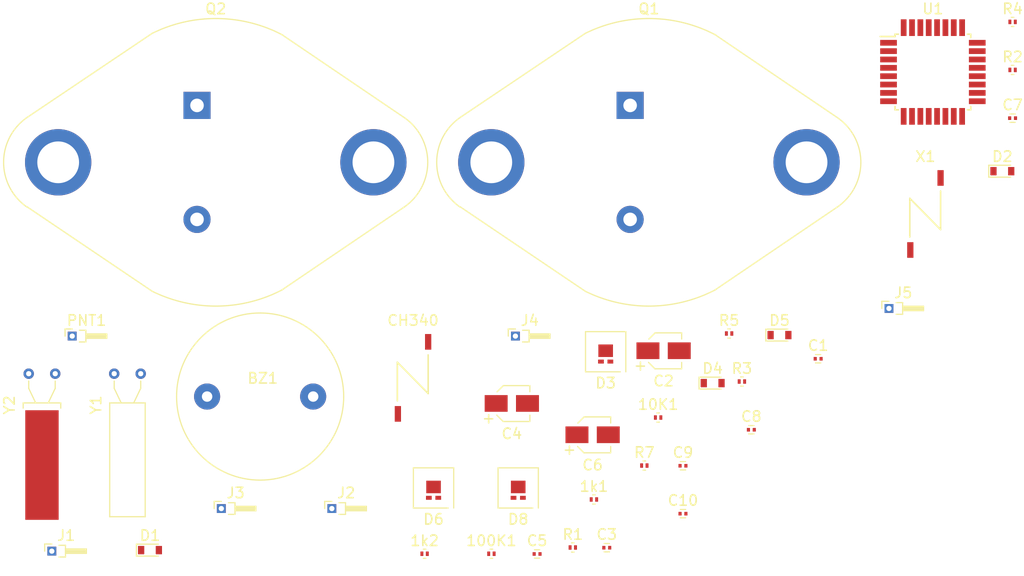
<source format=kicad_pcb>
(kicad_pcb (version 4) (host pcbnew 4.0.7-e2-6376~58~ubuntu16.04.1)

  (general
    (links 59)
    (no_connects 59)
    (area 0 0 0 0)
    (thickness 1.6)
    (drawings 0)
    (tracks 0)
    (zones 0)
    (modules 41)
    (nets 51)
  )

  (page A4)
  (title_block
    (title PICO)
  )

  (layers
    (0 F.Cu signal)
    (31 B.Cu signal)
    (32 B.Adhes user)
    (33 F.Adhes user)
    (34 B.Paste user)
    (35 F.Paste user)
    (36 B.SilkS user)
    (37 F.SilkS user)
    (38 B.Mask user)
    (39 F.Mask user)
    (40 Dwgs.User user)
    (41 Cmts.User user)
    (42 Eco1.User user)
    (43 Eco2.User user)
    (44 Edge.Cuts user)
    (45 Margin user)
    (46 B.CrtYd user)
    (47 F.CrtYd user)
    (48 B.Fab user)
    (49 F.Fab user)
  )

  (setup
    (last_trace_width 0.25)
    (trace_clearance 0.2)
    (zone_clearance 0.508)
    (zone_45_only no)
    (trace_min 0.2)
    (segment_width 0.2)
    (edge_width 0.15)
    (via_size 0.6)
    (via_drill 0.4)
    (via_min_size 0.4)
    (via_min_drill 0.3)
    (uvia_size 0.3)
    (uvia_drill 0.1)
    (uvias_allowed no)
    (uvia_min_size 0.2)
    (uvia_min_drill 0.1)
    (pcb_text_width 0.3)
    (pcb_text_size 1.5 1.5)
    (mod_edge_width 0.15)
    (mod_text_size 1 1)
    (mod_text_width 0.15)
    (pad_size 1.524 1.524)
    (pad_drill 0.762)
    (pad_to_mask_clearance 0.2)
    (aux_axis_origin 0 0)
    (visible_elements FFFFFF7F)
    (pcbplotparams
      (layerselection 0x00030_80000001)
      (usegerberextensions false)
      (excludeedgelayer true)
      (linewidth 0.100000)
      (plotframeref false)
      (viasonmask false)
      (mode 1)
      (useauxorigin false)
      (hpglpennumber 1)
      (hpglpenspeed 20)
      (hpglpendiameter 15)
      (hpglpenoverlay 2)
      (psnegative false)
      (psa4output false)
      (plotreference true)
      (plotvalue true)
      (plotinvisibletext false)
      (padsonsilk false)
      (subtractmaskfromsilk false)
      (outputformat 1)
      (mirror false)
      (drillshape 1)
      (scaleselection 1)
      (outputdirectory ""))
  )

  (net 0 "")
  (net 1 "Net-(1k1-Pad1)")
  (net 2 "Net-(1k1-Pad2)")
  (net 3 "Net-(1k2-Pad1)")
  (net 4 "Net-(1k2-Pad2)")
  (net 5 "Net-(10K1-Pad1)")
  (net 6 "Net-(10K1-Pad2)")
  (net 7 GNDD)
  (net 8 "Net-(100K1-Pad2)")
  (net 9 "Net-(BZ1-Pad1)")
  (net 10 "Net-(C3-Pad1)")
  (net 11 "Net-(C4-Pad2)")
  (net 12 "Net-(C4-Pad1)")
  (net 13 "Net-(C6-Pad2)")
  (net 14 "Net-(C6-Pad1)")
  (net 15 "Net-(C8-Pad1)")
  (net 16 "Net-(C9-Pad1)")
  (net 17 "Net-(C10-Pad1)")
  (net 18 "Net-(CH340-Pad2)")
  (net 19 "Net-(D4-Pad2)")
  (net 20 "Net-(D5-Pad2)")
  (net 21 "Net-(D6-Pad1)")
  (net 22 "Net-(D6-Pad2)")
  (net 23 "Net-(D8-Pad1)")
  (net 24 "Net-(D8-Pad2)")
  (net 25 "Net-(J1-Pad1)")
  (net 26 "Net-(J2-Pad1)")
  (net 27 "Net-(J3-Pad1)")
  (net 28 "Net-(J4-Pad1)")
  (net 29 "Net-(J5-Pad1)")
  (net 30 "Net-(CH340-Pad3)")
  (net 31 "Net-(R5-Pad1)")
  (net 32 "Net-(R5-Pad2)")
  (net 33 "Net-(R7-Pad1)")
  (net 34 "Net-(U1-Pad1)")
  (net 35 "Net-(U1-Pad7)")
  (net 36 "Net-(U1-Pad8)")
  (net 37 "Net-(U1-Pad10)")
  (net 38 "Net-(U1-Pad11)")
  (net 39 "Net-(U1-Pad12)")
  (net 40 "Net-(U1-Pad13)")
  (net 41 "Net-(U1-Pad14)")
  (net 42 "Net-(U1-Pad15)")
  (net 43 "Net-(U1-Pad16)")
  (net 44 "Net-(U1-Pad17)")
  (net 45 "Net-(U1-Pad22)")
  (net 46 "Net-(U1-Pad23)")
  (net 47 "Net-(U1-Pad24)")
  (net 48 "Net-(U1-Pad25)")
  (net 49 "Net-(J1-Pad2)")
  (net 50 "Net-(U1-Pad29)")

  (net_class Default "This is the default net class."
    (clearance 0.2)
    (trace_width 0.25)
    (via_dia 0.6)
    (via_drill 0.4)
    (uvia_dia 0.3)
    (uvia_drill 0.1)
    (add_net GNDD)
    (add_net "Net-(100K1-Pad2)")
    (add_net "Net-(10K1-Pad1)")
    (add_net "Net-(10K1-Pad2)")
    (add_net "Net-(1k1-Pad1)")
    (add_net "Net-(1k1-Pad2)")
    (add_net "Net-(1k2-Pad1)")
    (add_net "Net-(1k2-Pad2)")
    (add_net "Net-(BZ1-Pad1)")
    (add_net "Net-(C10-Pad1)")
    (add_net "Net-(C3-Pad1)")
    (add_net "Net-(C4-Pad1)")
    (add_net "Net-(C4-Pad2)")
    (add_net "Net-(C6-Pad1)")
    (add_net "Net-(C6-Pad2)")
    (add_net "Net-(C8-Pad1)")
    (add_net "Net-(C9-Pad1)")
    (add_net "Net-(CH340-Pad2)")
    (add_net "Net-(CH340-Pad3)")
    (add_net "Net-(D4-Pad2)")
    (add_net "Net-(D5-Pad2)")
    (add_net "Net-(D6-Pad1)")
    (add_net "Net-(D6-Pad2)")
    (add_net "Net-(D8-Pad1)")
    (add_net "Net-(D8-Pad2)")
    (add_net "Net-(J1-Pad1)")
    (add_net "Net-(J1-Pad2)")
    (add_net "Net-(J2-Pad1)")
    (add_net "Net-(J3-Pad1)")
    (add_net "Net-(J4-Pad1)")
    (add_net "Net-(J5-Pad1)")
    (add_net "Net-(R5-Pad1)")
    (add_net "Net-(R5-Pad2)")
    (add_net "Net-(R7-Pad1)")
    (add_net "Net-(U1-Pad1)")
    (add_net "Net-(U1-Pad10)")
    (add_net "Net-(U1-Pad11)")
    (add_net "Net-(U1-Pad12)")
    (add_net "Net-(U1-Pad13)")
    (add_net "Net-(U1-Pad14)")
    (add_net "Net-(U1-Pad15)")
    (add_net "Net-(U1-Pad16)")
    (add_net "Net-(U1-Pad17)")
    (add_net "Net-(U1-Pad22)")
    (add_net "Net-(U1-Pad23)")
    (add_net "Net-(U1-Pad24)")
    (add_net "Net-(U1-Pad25)")
    (add_net "Net-(U1-Pad29)")
    (add_net "Net-(U1-Pad7)")
    (add_net "Net-(U1-Pad8)")
  )

  (module TO_SOT_Packages_THT:TO-3 (layer F.Cu) (tedit 59059E13) (tstamp 5A4B8BFE)
    (at 165.84833 66.105)
    (descr "Transistor TO-3")
    (tags "TR TO-3 TO3 TO-204")
    (path /5A371ACA)
    (fp_text reference Q1 (at 1.8 -9.25) (layer F.SilkS)
      (effects (font (size 1 1) (thickness 0.15)))
    )
    (fp_text value 2N3055 (at 0 6.5) (layer F.Fab)
      (effects (font (size 1 1) (thickness 0.15)))
    )
    (fp_text user %R (at 0 4.25) (layer F.Fab)
      (effects (font (size 1 1) (thickness 0.15)))
    )
    (fp_line (start -4.38 -6.67) (end -16.11 1.32) (layer F.Fab) (width 0.1))
    (fp_line (start -4.38 17.57) (end -16.11 9.58) (layer F.Fab) (width 0.1))
    (fp_line (start 7.98 -6.67) (end 19.71 1.32) (layer F.Fab) (width 0.1))
    (fp_line (start 7.98 17.56) (end 19.71 9.58) (layer F.Fab) (width 0.1))
    (fp_line (start -4.3 -6.9) (end -16.2 1.1) (layer F.SilkS) (width 0.12))
    (fp_line (start -4.3 17.8) (end -16.3 9.7) (layer F.SilkS) (width 0.12))
    (fp_line (start 8.1 -6.8) (end 19.9 1.2) (layer F.SilkS) (width 0.12))
    (fp_line (start 8.1 17.7) (end 19.9 9.7) (layer F.SilkS) (width 0.12))
    (fp_line (start -4.5 -7) (end -16.4 1) (layer F.CrtYd) (width 0.05))
    (fp_line (start -4.5 17.9) (end -16.4 9.9) (layer F.CrtYd) (width 0.05))
    (fp_line (start 8.1 -7) (end 20 1) (layer F.CrtYd) (width 0.05))
    (fp_line (start 8.1 17.9) (end 20 9.9) (layer F.CrtYd) (width 0.05))
    (fp_circle (center 1.8 5.45) (end 11.8 5.45) (layer F.Fab) (width 0.1))
    (fp_circle (center -13.3 5.45) (end -15.3 5.45) (layer F.Fab) (width 0.1))
    (fp_circle (center 16.9 5.45) (end 18.9 5.45) (layer F.Fab) (width 0.1))
    (fp_arc (start 1.8 5.45) (end -4.38 -6.67) (angle 54) (layer F.Fab) (width 0.1))
    (fp_arc (start 1.8 5.45) (end -4.38 17.57) (angle -54) (layer F.Fab) (width 0.1))
    (fp_arc (start -13.3 5.45) (end -16.11 1.32) (angle -111.6) (layer F.Fab) (width 0.1))
    (fp_arc (start 16.9 5.45) (end 19.71 1.32) (angle 111.6) (layer F.Fab) (width 0.1))
    (fp_arc (start 1.8 5.45) (end -4.3 -6.9) (angle 54) (layer F.SilkS) (width 0.12))
    (fp_arc (start 1.8 5.45) (end -4.3 17.8) (angle -54) (layer F.SilkS) (width 0.12))
    (fp_arc (start -13.3 5.45) (end -16.2 1.1) (angle -111.6) (layer F.SilkS) (width 0.12))
    (fp_arc (start 16.9 5.45) (end 19.9 1.2) (angle 111.6) (layer F.SilkS) (width 0.12))
    (fp_arc (start 1.8 5.45) (end -4.5 -7) (angle 54) (layer F.CrtYd) (width 0.05))
    (fp_arc (start 1.8 5.45) (end -4.5 17.9) (angle -54) (layer F.CrtYd) (width 0.05))
    (fp_arc (start -13.3 5.45) (end -16.4 1) (angle -111.6) (layer F.CrtYd) (width 0.05))
    (fp_arc (start 16.9 5.45) (end 20 1) (angle 111.6) (layer F.CrtYd) (width 0.05))
    (pad 1 thru_hole rect (at 0 0) (size 2.6 2.6) (drill 1.3) (layers *.Cu *.Mask)
      (net 1 "Net-(1k1-Pad1)"))
    (pad 2 thru_hole circle (at 0 10.92) (size 2.6 2.6) (drill 1.3) (layers *.Cu *.Mask)
      (net 11 "Net-(C4-Pad2)"))
    (pad 3 thru_hole circle (at -13.3 5.45) (size 6.35 6.35) (drill 4) (layers *.Cu *.Mask)
      (net 19 "Net-(D4-Pad2)"))
    (pad 3 thru_hole circle (at 16.9 5.45) (size 6.35 6.35) (drill 4) (layers *.Cu *.Mask)
      (net 19 "Net-(D4-Pad2)"))
    (model ${KISYS3DMOD}/TO_SOT_Packages_THT.3dshapes/TO-3.wrl
      (at (xyz 0 0 0))
      (scale (xyz 0.3937 0.3937 0.3937))
      (rotate (xyz 0 0 0))
    )
  )

  (module TO_SOT_Packages_THT:TO-3 (layer F.Cu) (tedit 59059E13) (tstamp 5A4B8C22)
    (at 124.35833 66.105)
    (descr "Transistor TO-3")
    (tags "TR TO-3 TO3 TO-204")
    (path /5A373F2A)
    (fp_text reference Q2 (at 1.8 -9.25) (layer F.SilkS)
      (effects (font (size 1 1) (thickness 0.15)))
    )
    (fp_text value 2N3055 (at 0 6.5) (layer F.Fab)
      (effects (font (size 1 1) (thickness 0.15)))
    )
    (fp_text user %R (at 0 4.25) (layer F.Fab)
      (effects (font (size 1 1) (thickness 0.15)))
    )
    (fp_line (start -4.38 -6.67) (end -16.11 1.32) (layer F.Fab) (width 0.1))
    (fp_line (start -4.38 17.57) (end -16.11 9.58) (layer F.Fab) (width 0.1))
    (fp_line (start 7.98 -6.67) (end 19.71 1.32) (layer F.Fab) (width 0.1))
    (fp_line (start 7.98 17.56) (end 19.71 9.58) (layer F.Fab) (width 0.1))
    (fp_line (start -4.3 -6.9) (end -16.2 1.1) (layer F.SilkS) (width 0.12))
    (fp_line (start -4.3 17.8) (end -16.3 9.7) (layer F.SilkS) (width 0.12))
    (fp_line (start 8.1 -6.8) (end 19.9 1.2) (layer F.SilkS) (width 0.12))
    (fp_line (start 8.1 17.7) (end 19.9 9.7) (layer F.SilkS) (width 0.12))
    (fp_line (start -4.5 -7) (end -16.4 1) (layer F.CrtYd) (width 0.05))
    (fp_line (start -4.5 17.9) (end -16.4 9.9) (layer F.CrtYd) (width 0.05))
    (fp_line (start 8.1 -7) (end 20 1) (layer F.CrtYd) (width 0.05))
    (fp_line (start 8.1 17.9) (end 20 9.9) (layer F.CrtYd) (width 0.05))
    (fp_circle (center 1.8 5.45) (end 11.8 5.45) (layer F.Fab) (width 0.1))
    (fp_circle (center -13.3 5.45) (end -15.3 5.45) (layer F.Fab) (width 0.1))
    (fp_circle (center 16.9 5.45) (end 18.9 5.45) (layer F.Fab) (width 0.1))
    (fp_arc (start 1.8 5.45) (end -4.38 -6.67) (angle 54) (layer F.Fab) (width 0.1))
    (fp_arc (start 1.8 5.45) (end -4.38 17.57) (angle -54) (layer F.Fab) (width 0.1))
    (fp_arc (start -13.3 5.45) (end -16.11 1.32) (angle -111.6) (layer F.Fab) (width 0.1))
    (fp_arc (start 16.9 5.45) (end 19.71 1.32) (angle 111.6) (layer F.Fab) (width 0.1))
    (fp_arc (start 1.8 5.45) (end -4.3 -6.9) (angle 54) (layer F.SilkS) (width 0.12))
    (fp_arc (start 1.8 5.45) (end -4.3 17.8) (angle -54) (layer F.SilkS) (width 0.12))
    (fp_arc (start -13.3 5.45) (end -16.2 1.1) (angle -111.6) (layer F.SilkS) (width 0.12))
    (fp_arc (start 16.9 5.45) (end 19.9 1.2) (angle 111.6) (layer F.SilkS) (width 0.12))
    (fp_arc (start 1.8 5.45) (end -4.5 -7) (angle 54) (layer F.CrtYd) (width 0.05))
    (fp_arc (start 1.8 5.45) (end -4.5 17.9) (angle -54) (layer F.CrtYd) (width 0.05))
    (fp_arc (start -13.3 5.45) (end -16.4 1) (angle -111.6) (layer F.CrtYd) (width 0.05))
    (fp_arc (start 16.9 5.45) (end 20 1) (angle 111.6) (layer F.CrtYd) (width 0.05))
    (pad 1 thru_hole rect (at 0 0) (size 2.6 2.6) (drill 1.3) (layers *.Cu *.Mask)
      (net 3 "Net-(1k2-Pad1)"))
    (pad 2 thru_hole circle (at 0 10.92) (size 2.6 2.6) (drill 1.3) (layers *.Cu *.Mask)
      (net 13 "Net-(C6-Pad2)"))
    (pad 3 thru_hole circle (at -13.3 5.45) (size 6.35 6.35) (drill 4) (layers *.Cu *.Mask)
      (net 20 "Net-(D5-Pad2)"))
    (pad 3 thru_hole circle (at 16.9 5.45) (size 6.35 6.35) (drill 4) (layers *.Cu *.Mask)
      (net 20 "Net-(D5-Pad2)"))
    (model ${KISYS3DMOD}/TO_SOT_Packages_THT.3dshapes/TO-3.wrl
      (at (xyz 0 0 0))
      (scale (xyz 0.3937 0.3937 0.3937))
      (rotate (xyz 0 0 0))
    )
  )

  (module Resistors_SMD:R_0201 (layer F.Cu) (tedit 58E0A804) (tstamp 5A4B8B35)
    (at 162.38 103.855)
    (descr "Resistor SMD 0201, reflow soldering, Vishay (see crcw0201e3.pdf)")
    (tags "resistor 0201")
    (path /5A346A9D)
    (attr smd)
    (fp_text reference 1k1 (at 0 -1.25) (layer F.SilkS)
      (effects (font (size 1 1) (thickness 0.15)))
    )
    (fp_text value R_Small (at 0 1.3) (layer F.Fab)
      (effects (font (size 1 1) (thickness 0.15)))
    )
    (fp_text user %R (at 0 -1.25) (layer F.Fab)
      (effects (font (size 1 1) (thickness 0.15)))
    )
    (fp_line (start -0.3 0.15) (end -0.3 -0.15) (layer F.Fab) (width 0.1))
    (fp_line (start 0.3 0.15) (end -0.3 0.15) (layer F.Fab) (width 0.1))
    (fp_line (start 0.3 -0.15) (end 0.3 0.15) (layer F.Fab) (width 0.1))
    (fp_line (start -0.3 -0.15) (end 0.3 -0.15) (layer F.Fab) (width 0.1))
    (fp_line (start 0.12 -0.44) (end -0.12 -0.44) (layer F.SilkS) (width 0.12))
    (fp_line (start -0.12 0.44) (end 0.12 0.44) (layer F.SilkS) (width 0.12))
    (fp_line (start -0.55 -0.37) (end 0.55 -0.37) (layer F.CrtYd) (width 0.05))
    (fp_line (start -0.55 -0.37) (end -0.55 0.36) (layer F.CrtYd) (width 0.05))
    (fp_line (start 0.55 0.36) (end 0.55 -0.37) (layer F.CrtYd) (width 0.05))
    (fp_line (start 0.55 0.36) (end -0.55 0.36) (layer F.CrtYd) (width 0.05))
    (pad 1 smd rect (at -0.26 0) (size 0.28 0.43) (layers F.Cu F.Paste F.Mask)
      (net 1 "Net-(1k1-Pad1)"))
    (pad 2 smd rect (at 0.26 0) (size 0.28 0.43) (layers F.Cu F.Paste F.Mask)
      (net 2 "Net-(1k1-Pad2)"))
    (model ${KISYS3DMOD}/Resistors_SMD.3dshapes/R_0201.wrl
      (at (xyz 0 0 0))
      (scale (xyz 1 1 1))
      (rotate (xyz 0 0 0))
    )
  )

  (module Resistors_SMD:R_0201 (layer F.Cu) (tedit 58E0A804) (tstamp 5A4B8B3B)
    (at 146.16 109.055)
    (descr "Resistor SMD 0201, reflow soldering, Vishay (see crcw0201e3.pdf)")
    (tags "resistor 0201")
    (path /5A373F24)
    (attr smd)
    (fp_text reference 1k2 (at 0 -1.25) (layer F.SilkS)
      (effects (font (size 1 1) (thickness 0.15)))
    )
    (fp_text value R_Small (at 0 1.3) (layer F.Fab)
      (effects (font (size 1 1) (thickness 0.15)))
    )
    (fp_text user %R (at 0 -1.25) (layer F.Fab)
      (effects (font (size 1 1) (thickness 0.15)))
    )
    (fp_line (start -0.3 0.15) (end -0.3 -0.15) (layer F.Fab) (width 0.1))
    (fp_line (start 0.3 0.15) (end -0.3 0.15) (layer F.Fab) (width 0.1))
    (fp_line (start 0.3 -0.15) (end 0.3 0.15) (layer F.Fab) (width 0.1))
    (fp_line (start -0.3 -0.15) (end 0.3 -0.15) (layer F.Fab) (width 0.1))
    (fp_line (start 0.12 -0.44) (end -0.12 -0.44) (layer F.SilkS) (width 0.12))
    (fp_line (start -0.12 0.44) (end 0.12 0.44) (layer F.SilkS) (width 0.12))
    (fp_line (start -0.55 -0.37) (end 0.55 -0.37) (layer F.CrtYd) (width 0.05))
    (fp_line (start -0.55 -0.37) (end -0.55 0.36) (layer F.CrtYd) (width 0.05))
    (fp_line (start 0.55 0.36) (end 0.55 -0.37) (layer F.CrtYd) (width 0.05))
    (fp_line (start 0.55 0.36) (end -0.55 0.36) (layer F.CrtYd) (width 0.05))
    (pad 1 smd rect (at -0.26 0) (size 0.28 0.43) (layers F.Cu F.Paste F.Mask)
      (net 3 "Net-(1k2-Pad1)"))
    (pad 2 smd rect (at 0.26 0) (size 0.28 0.43) (layers F.Cu F.Paste F.Mask)
      (net 4 "Net-(1k2-Pad2)"))
    (model ${KISYS3DMOD}/Resistors_SMD.3dshapes/R_0201.wrl
      (at (xyz 0 0 0))
      (scale (xyz 1 1 1))
      (rotate (xyz 0 0 0))
    )
  )

  (module Resistors_SMD:R_0201 (layer F.Cu) (tedit 58E0A804) (tstamp 5A4B8B41)
    (at 168.53 96.005)
    (descr "Resistor SMD 0201, reflow soldering, Vishay (see crcw0201e3.pdf)")
    (tags "resistor 0201")
    (path /5A3C286E)
    (attr smd)
    (fp_text reference 10K1 (at 0 -1.25) (layer F.SilkS)
      (effects (font (size 1 1) (thickness 0.15)))
    )
    (fp_text value R_Small (at 0 1.3) (layer F.Fab)
      (effects (font (size 1 1) (thickness 0.15)))
    )
    (fp_text user %R (at 0 -1.25) (layer F.Fab)
      (effects (font (size 1 1) (thickness 0.15)))
    )
    (fp_line (start -0.3 0.15) (end -0.3 -0.15) (layer F.Fab) (width 0.1))
    (fp_line (start 0.3 0.15) (end -0.3 0.15) (layer F.Fab) (width 0.1))
    (fp_line (start 0.3 -0.15) (end 0.3 0.15) (layer F.Fab) (width 0.1))
    (fp_line (start -0.3 -0.15) (end 0.3 -0.15) (layer F.Fab) (width 0.1))
    (fp_line (start 0.12 -0.44) (end -0.12 -0.44) (layer F.SilkS) (width 0.12))
    (fp_line (start -0.12 0.44) (end 0.12 0.44) (layer F.SilkS) (width 0.12))
    (fp_line (start -0.55 -0.37) (end 0.55 -0.37) (layer F.CrtYd) (width 0.05))
    (fp_line (start -0.55 -0.37) (end -0.55 0.36) (layer F.CrtYd) (width 0.05))
    (fp_line (start 0.55 0.36) (end 0.55 -0.37) (layer F.CrtYd) (width 0.05))
    (fp_line (start 0.55 0.36) (end -0.55 0.36) (layer F.CrtYd) (width 0.05))
    (pad 1 smd rect (at -0.26 0) (size 0.28 0.43) (layers F.Cu F.Paste F.Mask)
      (net 5 "Net-(10K1-Pad1)"))
    (pad 2 smd rect (at 0.26 0) (size 0.28 0.43) (layers F.Cu F.Paste F.Mask)
      (net 6 "Net-(10K1-Pad2)"))
    (model ${KISYS3DMOD}/Resistors_SMD.3dshapes/R_0201.wrl
      (at (xyz 0 0 0))
      (scale (xyz 1 1 1))
      (rotate (xyz 0 0 0))
    )
  )

  (module Resistors_SMD:R_0201 (layer F.Cu) (tedit 58E0A804) (tstamp 5A4B8B47)
    (at 152.56 109.055)
    (descr "Resistor SMD 0201, reflow soldering, Vishay (see crcw0201e3.pdf)")
    (tags "resistor 0201")
    (path /5A34687A)
    (attr smd)
    (fp_text reference 100K1 (at 0 -1.25) (layer F.SilkS)
      (effects (font (size 1 1) (thickness 0.15)))
    )
    (fp_text value R_Small (at 0 1.3) (layer F.Fab)
      (effects (font (size 1 1) (thickness 0.15)))
    )
    (fp_text user %R (at 0 -1.25) (layer F.Fab)
      (effects (font (size 1 1) (thickness 0.15)))
    )
    (fp_line (start -0.3 0.15) (end -0.3 -0.15) (layer F.Fab) (width 0.1))
    (fp_line (start 0.3 0.15) (end -0.3 0.15) (layer F.Fab) (width 0.1))
    (fp_line (start 0.3 -0.15) (end 0.3 0.15) (layer F.Fab) (width 0.1))
    (fp_line (start -0.3 -0.15) (end 0.3 -0.15) (layer F.Fab) (width 0.1))
    (fp_line (start 0.12 -0.44) (end -0.12 -0.44) (layer F.SilkS) (width 0.12))
    (fp_line (start -0.12 0.44) (end 0.12 0.44) (layer F.SilkS) (width 0.12))
    (fp_line (start -0.55 -0.37) (end 0.55 -0.37) (layer F.CrtYd) (width 0.05))
    (fp_line (start -0.55 -0.37) (end -0.55 0.36) (layer F.CrtYd) (width 0.05))
    (fp_line (start 0.55 0.36) (end 0.55 -0.37) (layer F.CrtYd) (width 0.05))
    (fp_line (start 0.55 0.36) (end -0.55 0.36) (layer F.CrtYd) (width 0.05))
    (pad 1 smd rect (at -0.26 0) (size 0.28 0.43) (layers F.Cu F.Paste F.Mask)
      (net 7 GNDD))
    (pad 2 smd rect (at 0.26 0) (size 0.28 0.43) (layers F.Cu F.Paste F.Mask)
      (net 8 "Net-(100K1-Pad2)"))
    (model ${KISYS3DMOD}/Resistors_SMD.3dshapes/R_0201.wrl
      (at (xyz 0 0 0))
      (scale (xyz 1 1 1))
      (rotate (xyz 0 0 0))
    )
  )

  (module Buzzers_Beepers:BUZZER (layer F.Cu) (tedit 0) (tstamp 5A4B8B4D)
    (at 130.404872 93.994872)
    (path /5A4B5B37)
    (fp_text reference BZ1 (at 0.24892 -1.75006) (layer F.SilkS)
      (effects (font (size 1 1) (thickness 0.15)))
    )
    (fp_text value Buzzer (at 0 1.50114) (layer F.Fab)
      (effects (font (size 1 1) (thickness 0.15)))
    )
    (fp_circle (center 0 0) (end 8.001 0.24892) (layer F.SilkS) (width 0.12))
    (pad 2 thru_hole circle (at 5.08 0) (size 2.49936 2.49936) (drill 1.00076) (layers *.Cu *.Mask)
      (net 7 GNDD))
    (pad 1 thru_hole circle (at -5.08 0) (size 2.49936 2.49936) (drill 1.00076) (layers *.Cu *.Mask)
      (net 9 "Net-(BZ1-Pad1)"))
  )

  (module Capacitors_SMD:C_0201 (layer F.Cu) (tedit 58AA83DF) (tstamp 5A4B8B53)
    (at 183.860952 90.375)
    (descr "Capacitor SMD 0201, reflow soldering, AVX (see smccp.pdf)")
    (tags "capacitor 0201")
    (path /5A4AA442)
    (attr smd)
    (fp_text reference C1 (at 0 -1.27) (layer F.SilkS)
      (effects (font (size 1 1) (thickness 0.15)))
    )
    (fp_text value 100n (at 0 1.27) (layer F.Fab)
      (effects (font (size 1 1) (thickness 0.15)))
    )
    (fp_text user %R (at 0 -1.27) (layer F.Fab)
      (effects (font (size 1 1) (thickness 0.15)))
    )
    (fp_line (start -0.3 0.15) (end -0.3 -0.15) (layer F.Fab) (width 0.1))
    (fp_line (start 0.3 0.15) (end -0.3 0.15) (layer F.Fab) (width 0.1))
    (fp_line (start 0.3 -0.15) (end 0.3 0.15) (layer F.Fab) (width 0.1))
    (fp_line (start -0.3 -0.15) (end 0.3 -0.15) (layer F.Fab) (width 0.1))
    (fp_line (start 0.25 0.4) (end -0.25 0.4) (layer F.SilkS) (width 0.12))
    (fp_line (start -0.25 -0.4) (end 0.25 -0.4) (layer F.SilkS) (width 0.12))
    (fp_line (start -0.58 -0.33) (end 0.58 -0.33) (layer F.CrtYd) (width 0.05))
    (fp_line (start -0.58 -0.33) (end -0.58 0.32) (layer F.CrtYd) (width 0.05))
    (fp_line (start 0.58 0.32) (end 0.58 -0.33) (layer F.CrtYd) (width 0.05))
    (fp_line (start 0.58 0.32) (end -0.58 0.32) (layer F.CrtYd) (width 0.05))
    (pad 1 smd rect (at -0.28 0) (size 0.3 0.35) (layers F.Cu F.Paste F.Mask)
      (net 7 GNDD))
    (pad 2 smd rect (at 0.28 0) (size 0.3 0.35) (layers F.Cu F.Paste F.Mask)
      (net 5 "Net-(10K1-Pad1)"))
    (model Capacitors_SMD.3dshapes/C_0201.wrl
      (at (xyz 0 0 0))
      (scale (xyz 1 1 1))
      (rotate (xyz 0 0 0))
    )
  )

  (module Capacitors_SMD:CP_Elec_3x5.3 (layer F.Cu) (tedit 58AA85CF) (tstamp 5A4B8B59)
    (at 169.055001 89.605)
    (descr "SMT capacitor, aluminium electrolytic, 3x5.3")
    (path /5A4AA51A)
    (attr smd)
    (fp_text reference C2 (at 0 2.9) (layer F.SilkS)
      (effects (font (size 1 1) (thickness 0.15)))
    )
    (fp_text value 10u (at -0.03 -2.9) (layer F.Fab)
      (effects (font (size 1 1) (thickness 0.15)))
    )
    (fp_circle (center 0 0) (end 0.3 1.5) (layer F.Fab) (width 0.1))
    (fp_text user + (at -0.94 -0.08) (layer F.Fab)
      (effects (font (size 1 1) (thickness 0.15)))
    )
    (fp_text user + (at -2.22 1.4) (layer F.SilkS)
      (effects (font (size 1 1) (thickness 0.15)))
    )
    (fp_text user %R (at 0 2.9) (layer F.Fab)
      (effects (font (size 1 1) (thickness 0.15)))
    )
    (fp_line (start -1.56 -0.75) (end -1.56 0.77) (layer F.Fab) (width 0.1))
    (fp_line (start -0.75 -1.56) (end -1.56 -0.75) (layer F.Fab) (width 0.1))
    (fp_line (start -0.76 1.57) (end -1.56 0.77) (layer F.Fab) (width 0.1))
    (fp_line (start 1.57 1.57) (end 1.57 -1.56) (layer F.Fab) (width 0.1))
    (fp_line (start 1.56 1.57) (end -0.76 1.57) (layer F.Fab) (width 0.1))
    (fp_line (start 1.57 -1.56) (end -0.75 -1.56) (layer F.Fab) (width 0.1))
    (fp_line (start -0.83 1.73) (end -1.44 1.12) (layer F.SilkS) (width 0.12))
    (fp_line (start 1.73 1.73) (end 1.73 1.12) (layer F.SilkS) (width 0.12))
    (fp_line (start -0.81 -1.71) (end -1.41 -1.12) (layer F.SilkS) (width 0.12))
    (fp_line (start 1.73 -1.71) (end 1.73 -1.12) (layer F.SilkS) (width 0.12))
    (fp_line (start -0.83 1.73) (end 1.71 1.73) (layer F.SilkS) (width 0.12))
    (fp_line (start 1.73 -1.71) (end -0.81 -1.71) (layer F.SilkS) (width 0.12))
    (fp_line (start -2.85 -1.82) (end 2.85 -1.82) (layer F.CrtYd) (width 0.05))
    (fp_line (start -2.85 -1.82) (end -2.85 1.82) (layer F.CrtYd) (width 0.05))
    (fp_line (start 2.85 1.82) (end 2.85 -1.82) (layer F.CrtYd) (width 0.05))
    (fp_line (start 2.85 1.82) (end -2.85 1.82) (layer F.CrtYd) (width 0.05))
    (pad 2 smd rect (at 1.5 0) (size 2.2 1.6) (layers F.Cu F.Paste F.Mask)
      (net 7 GNDD))
    (pad 1 smd rect (at -1.5 0) (size 2.2 1.6) (layers F.Cu F.Paste F.Mask)
      (net 5 "Net-(10K1-Pad1)"))
    (model Capacitors_SMD.3dshapes/CP_Elec_3x5.3.wrl
      (at (xyz 0 0 0))
      (scale (xyz 1 1 1))
      (rotate (xyz 0 0 180))
    )
  )

  (module Capacitors_SMD:C_0201 (layer F.Cu) (tedit 58AA83DF) (tstamp 5A4B8B5F)
    (at 163.610952 108.475)
    (descr "Capacitor SMD 0201, reflow soldering, AVX (see smccp.pdf)")
    (tags "capacitor 0201")
    (path /5A3C19F2)
    (attr smd)
    (fp_text reference C3 (at 0 -1.27) (layer F.SilkS)
      (effects (font (size 1 1) (thickness 0.15)))
    )
    (fp_text value 100n (at 0 1.27) (layer F.Fab)
      (effects (font (size 1 1) (thickness 0.15)))
    )
    (fp_text user %R (at 0 -1.27) (layer F.Fab)
      (effects (font (size 1 1) (thickness 0.15)))
    )
    (fp_line (start -0.3 0.15) (end -0.3 -0.15) (layer F.Fab) (width 0.1))
    (fp_line (start 0.3 0.15) (end -0.3 0.15) (layer F.Fab) (width 0.1))
    (fp_line (start 0.3 -0.15) (end 0.3 0.15) (layer F.Fab) (width 0.1))
    (fp_line (start -0.3 -0.15) (end 0.3 -0.15) (layer F.Fab) (width 0.1))
    (fp_line (start 0.25 0.4) (end -0.25 0.4) (layer F.SilkS) (width 0.12))
    (fp_line (start -0.25 -0.4) (end 0.25 -0.4) (layer F.SilkS) (width 0.12))
    (fp_line (start -0.58 -0.33) (end 0.58 -0.33) (layer F.CrtYd) (width 0.05))
    (fp_line (start -0.58 -0.33) (end -0.58 0.32) (layer F.CrtYd) (width 0.05))
    (fp_line (start 0.58 0.32) (end 0.58 -0.33) (layer F.CrtYd) (width 0.05))
    (fp_line (start 0.58 0.32) (end -0.58 0.32) (layer F.CrtYd) (width 0.05))
    (pad 1 smd rect (at -0.28 0) (size 0.3 0.35) (layers F.Cu F.Paste F.Mask)
      (net 10 "Net-(C3-Pad1)"))
    (pad 2 smd rect (at 0.28 0) (size 0.3 0.35) (layers F.Cu F.Paste F.Mask)
      (net 7 GNDD))
    (model Capacitors_SMD.3dshapes/C_0201.wrl
      (at (xyz 0 0 0))
      (scale (xyz 1 1 1))
      (rotate (xyz 0 0 0))
    )
  )

  (module Capacitors_SMD:CP_Elec_3x5.3 (layer F.Cu) (tedit 58AA85CF) (tstamp 5A4B8B65)
    (at 154.515001 94.655)
    (descr "SMT capacitor, aluminium electrolytic, 3x5.3")
    (path /5A37411D)
    (attr smd)
    (fp_text reference C4 (at 0 2.9) (layer F.SilkS)
      (effects (font (size 1 1) (thickness 0.15)))
    )
    (fp_text value CP (at -0.03 -2.9) (layer F.Fab)
      (effects (font (size 1 1) (thickness 0.15)))
    )
    (fp_circle (center 0 0) (end 0.3 1.5) (layer F.Fab) (width 0.1))
    (fp_text user + (at -0.94 -0.08) (layer F.Fab)
      (effects (font (size 1 1) (thickness 0.15)))
    )
    (fp_text user + (at -2.22 1.4) (layer F.SilkS)
      (effects (font (size 1 1) (thickness 0.15)))
    )
    (fp_text user %R (at 0 2.9) (layer F.Fab)
      (effects (font (size 1 1) (thickness 0.15)))
    )
    (fp_line (start -1.56 -0.75) (end -1.56 0.77) (layer F.Fab) (width 0.1))
    (fp_line (start -0.75 -1.56) (end -1.56 -0.75) (layer F.Fab) (width 0.1))
    (fp_line (start -0.76 1.57) (end -1.56 0.77) (layer F.Fab) (width 0.1))
    (fp_line (start 1.57 1.57) (end 1.57 -1.56) (layer F.Fab) (width 0.1))
    (fp_line (start 1.56 1.57) (end -0.76 1.57) (layer F.Fab) (width 0.1))
    (fp_line (start 1.57 -1.56) (end -0.75 -1.56) (layer F.Fab) (width 0.1))
    (fp_line (start -0.83 1.73) (end -1.44 1.12) (layer F.SilkS) (width 0.12))
    (fp_line (start 1.73 1.73) (end 1.73 1.12) (layer F.SilkS) (width 0.12))
    (fp_line (start -0.81 -1.71) (end -1.41 -1.12) (layer F.SilkS) (width 0.12))
    (fp_line (start 1.73 -1.71) (end 1.73 -1.12) (layer F.SilkS) (width 0.12))
    (fp_line (start -0.83 1.73) (end 1.71 1.73) (layer F.SilkS) (width 0.12))
    (fp_line (start 1.73 -1.71) (end -0.81 -1.71) (layer F.SilkS) (width 0.12))
    (fp_line (start -2.85 -1.82) (end 2.85 -1.82) (layer F.CrtYd) (width 0.05))
    (fp_line (start -2.85 -1.82) (end -2.85 1.82) (layer F.CrtYd) (width 0.05))
    (fp_line (start 2.85 1.82) (end 2.85 -1.82) (layer F.CrtYd) (width 0.05))
    (fp_line (start 2.85 1.82) (end -2.85 1.82) (layer F.CrtYd) (width 0.05))
    (pad 2 smd rect (at 1.5 0) (size 2.2 1.6) (layers F.Cu F.Paste F.Mask)
      (net 11 "Net-(C4-Pad2)"))
    (pad 1 smd rect (at -1.5 0) (size 2.2 1.6) (layers F.Cu F.Paste F.Mask)
      (net 12 "Net-(C4-Pad1)"))
    (model Capacitors_SMD.3dshapes/CP_Elec_3x5.3.wrl
      (at (xyz 0 0 0))
      (scale (xyz 1 1 1))
      (rotate (xyz 0 0 180))
    )
  )

  (module Capacitors_SMD:C_0201 (layer F.Cu) (tedit 58AA83DF) (tstamp 5A4B8B6B)
    (at 156.93619 109.075)
    (descr "Capacitor SMD 0201, reflow soldering, AVX (see smccp.pdf)")
    (tags "capacitor 0201")
    (path /5A374086)
    (attr smd)
    (fp_text reference C5 (at 0 -1.27) (layer F.SilkS)
      (effects (font (size 1 1) (thickness 0.15)))
    )
    (fp_text value C (at 0 1.27) (layer F.Fab)
      (effects (font (size 1 1) (thickness 0.15)))
    )
    (fp_text user %R (at 0 -1.27) (layer F.Fab)
      (effects (font (size 1 1) (thickness 0.15)))
    )
    (fp_line (start -0.3 0.15) (end -0.3 -0.15) (layer F.Fab) (width 0.1))
    (fp_line (start 0.3 0.15) (end -0.3 0.15) (layer F.Fab) (width 0.1))
    (fp_line (start 0.3 -0.15) (end 0.3 0.15) (layer F.Fab) (width 0.1))
    (fp_line (start -0.3 -0.15) (end 0.3 -0.15) (layer F.Fab) (width 0.1))
    (fp_line (start 0.25 0.4) (end -0.25 0.4) (layer F.SilkS) (width 0.12))
    (fp_line (start -0.25 -0.4) (end 0.25 -0.4) (layer F.SilkS) (width 0.12))
    (fp_line (start -0.58 -0.33) (end 0.58 -0.33) (layer F.CrtYd) (width 0.05))
    (fp_line (start -0.58 -0.33) (end -0.58 0.32) (layer F.CrtYd) (width 0.05))
    (fp_line (start 0.58 0.32) (end 0.58 -0.33) (layer F.CrtYd) (width 0.05))
    (fp_line (start 0.58 0.32) (end -0.58 0.32) (layer F.CrtYd) (width 0.05))
    (pad 1 smd rect (at -0.28 0) (size 0.3 0.35) (layers F.Cu F.Paste F.Mask)
      (net 12 "Net-(C4-Pad1)"))
    (pad 2 smd rect (at 0.28 0) (size 0.3 0.35) (layers F.Cu F.Paste F.Mask)
      (net 11 "Net-(C4-Pad2)"))
    (model Capacitors_SMD.3dshapes/C_0201.wrl
      (at (xyz 0 0 0))
      (scale (xyz 1 1 1))
      (rotate (xyz 0 0 0))
    )
  )

  (module Capacitors_SMD:CP_Elec_3x5.3 (layer F.Cu) (tedit 58AA85CF) (tstamp 5A4B8B71)
    (at 162.255001 97.655)
    (descr "SMT capacitor, aluminium electrolytic, 3x5.3")
    (path /5A3745CE)
    (attr smd)
    (fp_text reference C6 (at 0 2.9) (layer F.SilkS)
      (effects (font (size 1 1) (thickness 0.15)))
    )
    (fp_text value CP (at -0.03 -2.9) (layer F.Fab)
      (effects (font (size 1 1) (thickness 0.15)))
    )
    (fp_circle (center 0 0) (end 0.3 1.5) (layer F.Fab) (width 0.1))
    (fp_text user + (at -0.94 -0.08) (layer F.Fab)
      (effects (font (size 1 1) (thickness 0.15)))
    )
    (fp_text user + (at -2.22 1.4) (layer F.SilkS)
      (effects (font (size 1 1) (thickness 0.15)))
    )
    (fp_text user %R (at 0 2.9) (layer F.Fab)
      (effects (font (size 1 1) (thickness 0.15)))
    )
    (fp_line (start -1.56 -0.75) (end -1.56 0.77) (layer F.Fab) (width 0.1))
    (fp_line (start -0.75 -1.56) (end -1.56 -0.75) (layer F.Fab) (width 0.1))
    (fp_line (start -0.76 1.57) (end -1.56 0.77) (layer F.Fab) (width 0.1))
    (fp_line (start 1.57 1.57) (end 1.57 -1.56) (layer F.Fab) (width 0.1))
    (fp_line (start 1.56 1.57) (end -0.76 1.57) (layer F.Fab) (width 0.1))
    (fp_line (start 1.57 -1.56) (end -0.75 -1.56) (layer F.Fab) (width 0.1))
    (fp_line (start -0.83 1.73) (end -1.44 1.12) (layer F.SilkS) (width 0.12))
    (fp_line (start 1.73 1.73) (end 1.73 1.12) (layer F.SilkS) (width 0.12))
    (fp_line (start -0.81 -1.71) (end -1.41 -1.12) (layer F.SilkS) (width 0.12))
    (fp_line (start 1.73 -1.71) (end 1.73 -1.12) (layer F.SilkS) (width 0.12))
    (fp_line (start -0.83 1.73) (end 1.71 1.73) (layer F.SilkS) (width 0.12))
    (fp_line (start 1.73 -1.71) (end -0.81 -1.71) (layer F.SilkS) (width 0.12))
    (fp_line (start -2.85 -1.82) (end 2.85 -1.82) (layer F.CrtYd) (width 0.05))
    (fp_line (start -2.85 -1.82) (end -2.85 1.82) (layer F.CrtYd) (width 0.05))
    (fp_line (start 2.85 1.82) (end 2.85 -1.82) (layer F.CrtYd) (width 0.05))
    (fp_line (start 2.85 1.82) (end -2.85 1.82) (layer F.CrtYd) (width 0.05))
    (pad 2 smd rect (at 1.5 0) (size 2.2 1.6) (layers F.Cu F.Paste F.Mask)
      (net 13 "Net-(C6-Pad2)"))
    (pad 1 smd rect (at -1.5 0) (size 2.2 1.6) (layers F.Cu F.Paste F.Mask)
      (net 14 "Net-(C6-Pad1)"))
    (model Capacitors_SMD.3dshapes/CP_Elec_3x5.3.wrl
      (at (xyz 0 0 0))
      (scale (xyz 1 1 1))
      (rotate (xyz 0 0 180))
    )
  )

  (module Capacitors_SMD:C_0201 (layer F.Cu) (tedit 58AA83DF) (tstamp 5A4B8B77)
    (at 202.48619 67.325)
    (descr "Capacitor SMD 0201, reflow soldering, AVX (see smccp.pdf)")
    (tags "capacitor 0201")
    (path /5A3745C8)
    (attr smd)
    (fp_text reference C7 (at 0 -1.27) (layer F.SilkS)
      (effects (font (size 1 1) (thickness 0.15)))
    )
    (fp_text value C (at 0 1.27) (layer F.Fab)
      (effects (font (size 1 1) (thickness 0.15)))
    )
    (fp_text user %R (at 0 -1.27) (layer F.Fab)
      (effects (font (size 1 1) (thickness 0.15)))
    )
    (fp_line (start -0.3 0.15) (end -0.3 -0.15) (layer F.Fab) (width 0.1))
    (fp_line (start 0.3 0.15) (end -0.3 0.15) (layer F.Fab) (width 0.1))
    (fp_line (start 0.3 -0.15) (end 0.3 0.15) (layer F.Fab) (width 0.1))
    (fp_line (start -0.3 -0.15) (end 0.3 -0.15) (layer F.Fab) (width 0.1))
    (fp_line (start 0.25 0.4) (end -0.25 0.4) (layer F.SilkS) (width 0.12))
    (fp_line (start -0.25 -0.4) (end 0.25 -0.4) (layer F.SilkS) (width 0.12))
    (fp_line (start -0.58 -0.33) (end 0.58 -0.33) (layer F.CrtYd) (width 0.05))
    (fp_line (start -0.58 -0.33) (end -0.58 0.32) (layer F.CrtYd) (width 0.05))
    (fp_line (start 0.58 0.32) (end 0.58 -0.33) (layer F.CrtYd) (width 0.05))
    (fp_line (start 0.58 0.32) (end -0.58 0.32) (layer F.CrtYd) (width 0.05))
    (pad 1 smd rect (at -0.28 0) (size 0.3 0.35) (layers F.Cu F.Paste F.Mask)
      (net 14 "Net-(C6-Pad1)"))
    (pad 2 smd rect (at 0.28 0) (size 0.3 0.35) (layers F.Cu F.Paste F.Mask)
      (net 13 "Net-(C6-Pad2)"))
    (model Capacitors_SMD.3dshapes/C_0201.wrl
      (at (xyz 0 0 0))
      (scale (xyz 1 1 1))
      (rotate (xyz 0 0 0))
    )
  )

  (module Capacitors_SMD:C_0201 (layer F.Cu) (tedit 58AA83DF) (tstamp 5A4B8B7D)
    (at 177.460952 97.175)
    (descr "Capacitor SMD 0201, reflow soldering, AVX (see smccp.pdf)")
    (tags "capacitor 0201")
    (path /5A3C1C20)
    (attr smd)
    (fp_text reference C8 (at 0 -1.27) (layer F.SilkS)
      (effects (font (size 1 1) (thickness 0.15)))
    )
    (fp_text value 100n (at 0 1.27) (layer F.Fab)
      (effects (font (size 1 1) (thickness 0.15)))
    )
    (fp_text user %R (at 0 -1.27) (layer F.Fab)
      (effects (font (size 1 1) (thickness 0.15)))
    )
    (fp_line (start -0.3 0.15) (end -0.3 -0.15) (layer F.Fab) (width 0.1))
    (fp_line (start 0.3 0.15) (end -0.3 0.15) (layer F.Fab) (width 0.1))
    (fp_line (start 0.3 -0.15) (end 0.3 0.15) (layer F.Fab) (width 0.1))
    (fp_line (start -0.3 -0.15) (end 0.3 -0.15) (layer F.Fab) (width 0.1))
    (fp_line (start 0.25 0.4) (end -0.25 0.4) (layer F.SilkS) (width 0.12))
    (fp_line (start -0.25 -0.4) (end 0.25 -0.4) (layer F.SilkS) (width 0.12))
    (fp_line (start -0.58 -0.33) (end 0.58 -0.33) (layer F.CrtYd) (width 0.05))
    (fp_line (start -0.58 -0.33) (end -0.58 0.32) (layer F.CrtYd) (width 0.05))
    (fp_line (start 0.58 0.32) (end 0.58 -0.33) (layer F.CrtYd) (width 0.05))
    (fp_line (start 0.58 0.32) (end -0.58 0.32) (layer F.CrtYd) (width 0.05))
    (pad 1 smd rect (at -0.28 0) (size 0.3 0.35) (layers F.Cu F.Paste F.Mask)
      (net 15 "Net-(C8-Pad1)"))
    (pad 2 smd rect (at 0.28 0) (size 0.3 0.35) (layers F.Cu F.Paste F.Mask)
      (net 7 GNDD))
    (model Capacitors_SMD.3dshapes/C_0201.wrl
      (at (xyz 0 0 0))
      (scale (xyz 1 1 1))
      (rotate (xyz 0 0 0))
    )
  )

  (module Capacitors_SMD:C_0201 (layer F.Cu) (tedit 58AA83DF) (tstamp 5A4B8B83)
    (at 170.910952 100.625)
    (descr "Capacitor SMD 0201, reflow soldering, AVX (see smccp.pdf)")
    (tags "capacitor 0201")
    (path /5A4A97E1)
    (attr smd)
    (fp_text reference C9 (at 0 -1.27) (layer F.SilkS)
      (effects (font (size 1 1) (thickness 0.15)))
    )
    (fp_text value 100n (at 0 1.27) (layer F.Fab)
      (effects (font (size 1 1) (thickness 0.15)))
    )
    (fp_text user %R (at 0 -1.27) (layer F.Fab)
      (effects (font (size 1 1) (thickness 0.15)))
    )
    (fp_line (start -0.3 0.15) (end -0.3 -0.15) (layer F.Fab) (width 0.1))
    (fp_line (start 0.3 0.15) (end -0.3 0.15) (layer F.Fab) (width 0.1))
    (fp_line (start 0.3 -0.15) (end 0.3 0.15) (layer F.Fab) (width 0.1))
    (fp_line (start -0.3 -0.15) (end 0.3 -0.15) (layer F.Fab) (width 0.1))
    (fp_line (start 0.25 0.4) (end -0.25 0.4) (layer F.SilkS) (width 0.12))
    (fp_line (start -0.25 -0.4) (end 0.25 -0.4) (layer F.SilkS) (width 0.12))
    (fp_line (start -0.58 -0.33) (end 0.58 -0.33) (layer F.CrtYd) (width 0.05))
    (fp_line (start -0.58 -0.33) (end -0.58 0.32) (layer F.CrtYd) (width 0.05))
    (fp_line (start 0.58 0.32) (end 0.58 -0.33) (layer F.CrtYd) (width 0.05))
    (fp_line (start 0.58 0.32) (end -0.58 0.32) (layer F.CrtYd) (width 0.05))
    (pad 1 smd rect (at -0.28 0) (size 0.3 0.35) (layers F.Cu F.Paste F.Mask)
      (net 16 "Net-(C9-Pad1)"))
    (pad 2 smd rect (at 0.28 0) (size 0.3 0.35) (layers F.Cu F.Paste F.Mask)
      (net 6 "Net-(10K1-Pad2)"))
    (model Capacitors_SMD.3dshapes/C_0201.wrl
      (at (xyz 0 0 0))
      (scale (xyz 1 1 1))
      (rotate (xyz 0 0 0))
    )
  )

  (module Capacitors_SMD:C_0201 (layer F.Cu) (tedit 58AA83DF) (tstamp 5A4B8B89)
    (at 170.910952 105.215)
    (descr "Capacitor SMD 0201, reflow soldering, AVX (see smccp.pdf)")
    (tags "capacitor 0201")
    (path /5A4A9A32)
    (attr smd)
    (fp_text reference C10 (at 0 -1.27) (layer F.SilkS)
      (effects (font (size 1 1) (thickness 0.15)))
    )
    (fp_text value 100n (at 0 1.27) (layer F.Fab)
      (effects (font (size 1 1) (thickness 0.15)))
    )
    (fp_text user %R (at 0 -1.27) (layer F.Fab)
      (effects (font (size 1 1) (thickness 0.15)))
    )
    (fp_line (start -0.3 0.15) (end -0.3 -0.15) (layer F.Fab) (width 0.1))
    (fp_line (start 0.3 0.15) (end -0.3 0.15) (layer F.Fab) (width 0.1))
    (fp_line (start 0.3 -0.15) (end 0.3 0.15) (layer F.Fab) (width 0.1))
    (fp_line (start -0.3 -0.15) (end 0.3 -0.15) (layer F.Fab) (width 0.1))
    (fp_line (start 0.25 0.4) (end -0.25 0.4) (layer F.SilkS) (width 0.12))
    (fp_line (start -0.25 -0.4) (end 0.25 -0.4) (layer F.SilkS) (width 0.12))
    (fp_line (start -0.58 -0.33) (end 0.58 -0.33) (layer F.CrtYd) (width 0.05))
    (fp_line (start -0.58 -0.33) (end -0.58 0.32) (layer F.CrtYd) (width 0.05))
    (fp_line (start 0.58 0.32) (end 0.58 -0.33) (layer F.CrtYd) (width 0.05))
    (fp_line (start 0.58 0.32) (end -0.58 0.32) (layer F.CrtYd) (width 0.05))
    (pad 1 smd rect (at -0.28 0) (size 0.3 0.35) (layers F.Cu F.Paste F.Mask)
      (net 17 "Net-(C10-Pad1)"))
    (pad 2 smd rect (at 0.28 0) (size 0.3 0.35) (layers F.Cu F.Paste F.Mask)
      (net 7 GNDD))
    (model Capacitors_SMD.3dshapes/C_0201.wrl
      (at (xyz 0 0 0))
      (scale (xyz 1 1 1))
      (rotate (xyz 0 0 0))
    )
  )

  (module Air_Coils_SML_NEOSID:Neosid_Air-Coil_SML_1turn_HDM0131A (layer F.Cu) (tedit 56CA2F43) (tstamp 5A4B8B8F)
    (at 145.050476 92.205)
    (descr "Neosid, Air-Coil, SML, 1turn, HDM0131A,")
    (tags "Neosid Air-Coil SML 1turn HDM0131A")
    (path /5A343AEC)
    (attr smd)
    (fp_text reference CH340 (at 0 -5.5) (layer F.SilkS)
      (effects (font (size 1 1) (thickness 0.15)))
    )
    (fp_text value "CH340(SOP-16)" (at 0 5.5) (layer F.Fab)
      (effects (font (size 1 1) (thickness 0.15)))
    )
    (fp_line (start -0.9 4.45) (end -0.9 2) (layer F.CrtYd) (width 0.05))
    (fp_line (start -0.9 2) (end 2 2) (layer F.CrtYd) (width 0.05))
    (fp_line (start 2 2) (end 2 -4.45) (layer F.CrtYd) (width 0.05))
    (fp_line (start 2 -4.45) (end 0.9 -4.45) (layer F.CrtYd) (width 0.05))
    (fp_line (start 0.9 -4.45) (end 0.9 -2) (layer F.CrtYd) (width 0.05))
    (fp_line (start 0.9 -2) (end -2 -2) (layer F.CrtYd) (width 0.05))
    (fp_line (start -2 -2) (end -2 4.45) (layer F.CrtYd) (width 0.05))
    (fp_line (start -2 4.45) (end -0.9 4.45) (layer F.CrtYd) (width 0.05))
    (fp_line (start -1.5 -1.5) (end 1.45 1.5) (layer F.SilkS) (width 0.15))
    (fp_line (start -1.5 -1.5) (end -1.5 2.2) (layer F.SilkS) (width 0.15))
    (fp_line (start 1.45 1.5) (end 1.45 -2.2) (layer F.SilkS) (width 0.15))
    (pad 1 smd rect (at -1.45 3.45) (size 0.6 1.5) (layers F.Cu F.Paste F.Mask)
      (net 7 GNDD))
    (pad 2 smd rect (at 1.45 -3.45) (size 0.6 1.5) (layers F.Cu F.Paste F.Mask)
      (net 18 "Net-(CH340-Pad2)"))
  )

  (module Diodes_SMD:D_0603 (layer F.Cu) (tedit 590CE922) (tstamp 5A4B8B95)
    (at 119.855001 108.705)
    (descr "Diode SMD in 0603 package http://datasheets.avx.com/schottky.pdf")
    (tags "smd diode")
    (path /5A374926)
    (attr smd)
    (fp_text reference D1 (at 0 -1.4) (layer F.SilkS)
      (effects (font (size 1 1) (thickness 0.15)))
    )
    (fp_text value D (at 0 1.4) (layer F.Fab)
      (effects (font (size 1 1) (thickness 0.15)))
    )
    (fp_text user %R (at 0 -1.4) (layer F.Fab)
      (effects (font (size 1 1) (thickness 0.15)))
    )
    (fp_line (start -1.3 -0.57) (end -1.3 0.57) (layer F.SilkS) (width 0.12))
    (fp_line (start 1.4 0.67) (end 1.4 -0.67) (layer F.CrtYd) (width 0.05))
    (fp_line (start -1.4 0.67) (end 1.4 0.67) (layer F.CrtYd) (width 0.05))
    (fp_line (start -1.4 -0.67) (end -1.4 0.67) (layer F.CrtYd) (width 0.05))
    (fp_line (start 1.4 -0.67) (end -1.4 -0.67) (layer F.CrtYd) (width 0.05))
    (fp_line (start 0.2 0) (end 0.4 0) (layer F.Fab) (width 0.1))
    (fp_line (start -0.1 0) (end -0.3 0) (layer F.Fab) (width 0.1))
    (fp_line (start -0.1 -0.2) (end -0.1 0.2) (layer F.Fab) (width 0.1))
    (fp_line (start 0.2 0.2) (end 0.2 -0.2) (layer F.Fab) (width 0.1))
    (fp_line (start -0.1 0) (end 0.2 0.2) (layer F.Fab) (width 0.1))
    (fp_line (start 0.2 -0.2) (end -0.1 0) (layer F.Fab) (width 0.1))
    (fp_line (start -0.8 0.45) (end -0.8 -0.45) (layer F.Fab) (width 0.1))
    (fp_line (start 0.8 0.45) (end -0.8 0.45) (layer F.Fab) (width 0.1))
    (fp_line (start 0.8 -0.45) (end 0.8 0.45) (layer F.Fab) (width 0.1))
    (fp_line (start -0.8 -0.45) (end 0.8 -0.45) (layer F.Fab) (width 0.1))
    (fp_line (start -1.3 0.57) (end 0.8 0.57) (layer F.SilkS) (width 0.12))
    (fp_line (start -1.3 -0.57) (end 0.8 -0.57) (layer F.SilkS) (width 0.12))
    (pad 1 smd rect (at -0.85 0) (size 0.6 0.8) (layers F.Cu F.Paste F.Mask)
      (net 12 "Net-(C4-Pad1)"))
    (pad 2 smd rect (at 0.85 0) (size 0.6 0.8) (layers F.Cu F.Paste F.Mask)
      (net 5 "Net-(10K1-Pad1)"))
    (model ${KISYS3DMOD}/Diodes_SMD.3dshapes/D_0603.wrl
      (at (xyz 0 0 0))
      (scale (xyz 1 1 1))
      (rotate (xyz 0 0 0))
    )
  )

  (module Diodes_SMD:D_0603 (layer F.Cu) (tedit 590CE922) (tstamp 5A4B8B9B)
    (at 201.505001 72.405)
    (descr "Diode SMD in 0603 package http://datasheets.avx.com/schottky.pdf")
    (tags "smd diode")
    (path /5A374A8D)
    (attr smd)
    (fp_text reference D2 (at 0 -1.4) (layer F.SilkS)
      (effects (font (size 1 1) (thickness 0.15)))
    )
    (fp_text value D (at 0 1.4) (layer F.Fab)
      (effects (font (size 1 1) (thickness 0.15)))
    )
    (fp_text user %R (at 0 -1.4) (layer F.Fab)
      (effects (font (size 1 1) (thickness 0.15)))
    )
    (fp_line (start -1.3 -0.57) (end -1.3 0.57) (layer F.SilkS) (width 0.12))
    (fp_line (start 1.4 0.67) (end 1.4 -0.67) (layer F.CrtYd) (width 0.05))
    (fp_line (start -1.4 0.67) (end 1.4 0.67) (layer F.CrtYd) (width 0.05))
    (fp_line (start -1.4 -0.67) (end -1.4 0.67) (layer F.CrtYd) (width 0.05))
    (fp_line (start 1.4 -0.67) (end -1.4 -0.67) (layer F.CrtYd) (width 0.05))
    (fp_line (start 0.2 0) (end 0.4 0) (layer F.Fab) (width 0.1))
    (fp_line (start -0.1 0) (end -0.3 0) (layer F.Fab) (width 0.1))
    (fp_line (start -0.1 -0.2) (end -0.1 0.2) (layer F.Fab) (width 0.1))
    (fp_line (start 0.2 0.2) (end 0.2 -0.2) (layer F.Fab) (width 0.1))
    (fp_line (start -0.1 0) (end 0.2 0.2) (layer F.Fab) (width 0.1))
    (fp_line (start 0.2 -0.2) (end -0.1 0) (layer F.Fab) (width 0.1))
    (fp_line (start -0.8 0.45) (end -0.8 -0.45) (layer F.Fab) (width 0.1))
    (fp_line (start 0.8 0.45) (end -0.8 0.45) (layer F.Fab) (width 0.1))
    (fp_line (start 0.8 -0.45) (end 0.8 0.45) (layer F.Fab) (width 0.1))
    (fp_line (start -0.8 -0.45) (end 0.8 -0.45) (layer F.Fab) (width 0.1))
    (fp_line (start -1.3 0.57) (end 0.8 0.57) (layer F.SilkS) (width 0.12))
    (fp_line (start -1.3 -0.57) (end 0.8 -0.57) (layer F.SilkS) (width 0.12))
    (pad 1 smd rect (at -0.85 0) (size 0.6 0.8) (layers F.Cu F.Paste F.Mask)
      (net 14 "Net-(C6-Pad1)"))
    (pad 2 smd rect (at 0.85 0) (size 0.6 0.8) (layers F.Cu F.Paste F.Mask)
      (net 5 "Net-(10K1-Pad1)"))
    (model ${KISYS3DMOD}/Diodes_SMD.3dshapes/D_0603.wrl
      (at (xyz 0 0 0))
      (scale (xyz 1 1 1))
      (rotate (xyz 0 0 0))
    )
  )

  (module LEDs:LED-L1T2_LUMILEDS (layer F.Cu) (tedit 587A6FAC) (tstamp 5A4B8BA2)
    (at 163.505001 90.125)
    (descr http://www.lumileds.com/uploads/438/DS133-pdf)
    (tags "LUMILEDS LUXEON TX L1T2 LED")
    (path /5A4AB755)
    (attr smd)
    (fp_text reference D3 (at 0 2.58) (layer F.SilkS)
      (effects (font (size 1 1) (thickness 0.15)))
    )
    (fp_text value POW (at 0 -3.42) (layer F.Fab)
      (effects (font (size 1 1) (thickness 0.15)))
    )
    (fp_line (start -1.8 -2.2) (end 1.8 -2.2) (layer F.Fab) (width 0.1))
    (fp_line (start -1.8 -2.2) (end -1.8 1.4) (layer F.Fab) (width 0.1))
    (fp_line (start -1.8 1.4) (end 1.8 1.4) (layer F.Fab) (width 0.1))
    (fp_line (start 1.8 1.4) (end 1.8 -2.2) (layer F.Fab) (width 0.1))
    (fp_line (start -2.25 1.83) (end -2.25 -2.67) (layer F.CrtYd) (width 0.05))
    (fp_line (start -2.25 -2.67) (end 2.25 -2.67) (layer F.CrtYd) (width 0.05))
    (fp_line (start 2.25 -2.67) (end 2.25 1.83) (layer F.CrtYd) (width 0.05))
    (fp_line (start 2.25 1.83) (end -2.25 1.83) (layer F.CrtYd) (width 0.05))
    (fp_line (start -1.93 1.5) (end -1.93 -2.35) (layer F.SilkS) (width 0.12))
    (fp_line (start -1.93 -2.35) (end 1.93 -2.35) (layer F.SilkS) (width 0.12))
    (fp_line (start 1.93 -2.35) (end 1.93 1.5) (layer F.SilkS) (width 0.12))
    (fp_line (start 1.4 1.5) (end -1.93 1.5) (layer F.SilkS) (width 0.12))
    (fp_circle (center 0 -0.42) (end 0 -2.07) (layer F.Fab) (width 0.1))
    (pad 1 smd rect (at 0.45 0.52) (size 0.55 0.38) (layers F.Cu F.Paste F.Mask)
      (net 7 GNDD))
    (pad 2 smd rect (at -0.45 0.52) (size 0.55 0.38) (layers F.Cu F.Paste F.Mask)
      (net 5 "Net-(10K1-Pad1)"))
    (pad 3 smd rect (at 0 -0.52) (size 1.4 1.2) (layers F.Cu F.Paste F.Mask))
    (model ${KISYS3DMOD}/LEDs.3dshapes/LED-L1T2_LUMILEDS.wrl
      (at (xyz 0 0 0))
      (scale (xyz 1 1 1))
      (rotate (xyz 0 0 0))
    )
  )

  (module Diodes_SMD:D_0603 (layer F.Cu) (tedit 590CE922) (tstamp 5A4B8BA8)
    (at 173.755001 92.705)
    (descr "Diode SMD in 0603 package http://datasheets.avx.com/schottky.pdf")
    (tags "smd diode")
    (path /5A3722FC)
    (attr smd)
    (fp_text reference D4 (at 0 -1.4) (layer F.SilkS)
      (effects (font (size 1 1) (thickness 0.15)))
    )
    (fp_text value D (at 0 1.4) (layer F.Fab)
      (effects (font (size 1 1) (thickness 0.15)))
    )
    (fp_text user %R (at 0 -1.4) (layer F.Fab)
      (effects (font (size 1 1) (thickness 0.15)))
    )
    (fp_line (start -1.3 -0.57) (end -1.3 0.57) (layer F.SilkS) (width 0.12))
    (fp_line (start 1.4 0.67) (end 1.4 -0.67) (layer F.CrtYd) (width 0.05))
    (fp_line (start -1.4 0.67) (end 1.4 0.67) (layer F.CrtYd) (width 0.05))
    (fp_line (start -1.4 -0.67) (end -1.4 0.67) (layer F.CrtYd) (width 0.05))
    (fp_line (start 1.4 -0.67) (end -1.4 -0.67) (layer F.CrtYd) (width 0.05))
    (fp_line (start 0.2 0) (end 0.4 0) (layer F.Fab) (width 0.1))
    (fp_line (start -0.1 0) (end -0.3 0) (layer F.Fab) (width 0.1))
    (fp_line (start -0.1 -0.2) (end -0.1 0.2) (layer F.Fab) (width 0.1))
    (fp_line (start 0.2 0.2) (end 0.2 -0.2) (layer F.Fab) (width 0.1))
    (fp_line (start -0.1 0) (end 0.2 0.2) (layer F.Fab) (width 0.1))
    (fp_line (start 0.2 -0.2) (end -0.1 0) (layer F.Fab) (width 0.1))
    (fp_line (start -0.8 0.45) (end -0.8 -0.45) (layer F.Fab) (width 0.1))
    (fp_line (start 0.8 0.45) (end -0.8 0.45) (layer F.Fab) (width 0.1))
    (fp_line (start 0.8 -0.45) (end 0.8 0.45) (layer F.Fab) (width 0.1))
    (fp_line (start -0.8 -0.45) (end 0.8 -0.45) (layer F.Fab) (width 0.1))
    (fp_line (start -1.3 0.57) (end 0.8 0.57) (layer F.SilkS) (width 0.12))
    (fp_line (start -1.3 -0.57) (end 0.8 -0.57) (layer F.SilkS) (width 0.12))
    (pad 1 smd rect (at -0.85 0) (size 0.6 0.8) (layers F.Cu F.Paste F.Mask)
      (net 7 GNDD))
    (pad 2 smd rect (at 0.85 0) (size 0.6 0.8) (layers F.Cu F.Paste F.Mask)
      (net 19 "Net-(D4-Pad2)"))
    (model ${KISYS3DMOD}/Diodes_SMD.3dshapes/D_0603.wrl
      (at (xyz 0 0 0))
      (scale (xyz 1 1 1))
      (rotate (xyz 0 0 0))
    )
  )

  (module Diodes_SMD:D_0603 (layer F.Cu) (tedit 590CE922) (tstamp 5A4B8BAE)
    (at 180.155001 88.105)
    (descr "Diode SMD in 0603 package http://datasheets.avx.com/schottky.pdf")
    (tags "smd diode")
    (path /5A373F37)
    (attr smd)
    (fp_text reference D5 (at 0 -1.4) (layer F.SilkS)
      (effects (font (size 1 1) (thickness 0.15)))
    )
    (fp_text value D (at 0 1.4) (layer F.Fab)
      (effects (font (size 1 1) (thickness 0.15)))
    )
    (fp_text user %R (at 0 -1.4) (layer F.Fab)
      (effects (font (size 1 1) (thickness 0.15)))
    )
    (fp_line (start -1.3 -0.57) (end -1.3 0.57) (layer F.SilkS) (width 0.12))
    (fp_line (start 1.4 0.67) (end 1.4 -0.67) (layer F.CrtYd) (width 0.05))
    (fp_line (start -1.4 0.67) (end 1.4 0.67) (layer F.CrtYd) (width 0.05))
    (fp_line (start -1.4 -0.67) (end -1.4 0.67) (layer F.CrtYd) (width 0.05))
    (fp_line (start 1.4 -0.67) (end -1.4 -0.67) (layer F.CrtYd) (width 0.05))
    (fp_line (start 0.2 0) (end 0.4 0) (layer F.Fab) (width 0.1))
    (fp_line (start -0.1 0) (end -0.3 0) (layer F.Fab) (width 0.1))
    (fp_line (start -0.1 -0.2) (end -0.1 0.2) (layer F.Fab) (width 0.1))
    (fp_line (start 0.2 0.2) (end 0.2 -0.2) (layer F.Fab) (width 0.1))
    (fp_line (start -0.1 0) (end 0.2 0.2) (layer F.Fab) (width 0.1))
    (fp_line (start 0.2 -0.2) (end -0.1 0) (layer F.Fab) (width 0.1))
    (fp_line (start -0.8 0.45) (end -0.8 -0.45) (layer F.Fab) (width 0.1))
    (fp_line (start 0.8 0.45) (end -0.8 0.45) (layer F.Fab) (width 0.1))
    (fp_line (start 0.8 -0.45) (end 0.8 0.45) (layer F.Fab) (width 0.1))
    (fp_line (start -0.8 -0.45) (end 0.8 -0.45) (layer F.Fab) (width 0.1))
    (fp_line (start -1.3 0.57) (end 0.8 0.57) (layer F.SilkS) (width 0.12))
    (fp_line (start -1.3 -0.57) (end 0.8 -0.57) (layer F.SilkS) (width 0.12))
    (pad 1 smd rect (at -0.85 0) (size 0.6 0.8) (layers F.Cu F.Paste F.Mask)
      (net 7 GNDD))
    (pad 2 smd rect (at 0.85 0) (size 0.6 0.8) (layers F.Cu F.Paste F.Mask)
      (net 20 "Net-(D5-Pad2)"))
    (model ${KISYS3DMOD}/Diodes_SMD.3dshapes/D_0603.wrl
      (at (xyz 0 0 0))
      (scale (xyz 1 1 1))
      (rotate (xyz 0 0 0))
    )
  )

  (module LEDs:LED-L1T2_LUMILEDS (layer F.Cu) (tedit 587A6FAC) (tstamp 5A4B8BB5)
    (at 147.017143 103.175)
    (descr http://www.lumileds.com/uploads/438/DS133-pdf)
    (tags "LUMILEDS LUXEON TX L1T2 LED")
    (path /5A4AB177)
    (attr smd)
    (fp_text reference D6 (at 0 2.58) (layer F.SilkS)
      (effects (font (size 1 1) (thickness 0.15)))
    )
    (fp_text value LED_Small (at 0 -3.42) (layer F.Fab)
      (effects (font (size 1 1) (thickness 0.15)))
    )
    (fp_line (start -1.8 -2.2) (end 1.8 -2.2) (layer F.Fab) (width 0.1))
    (fp_line (start -1.8 -2.2) (end -1.8 1.4) (layer F.Fab) (width 0.1))
    (fp_line (start -1.8 1.4) (end 1.8 1.4) (layer F.Fab) (width 0.1))
    (fp_line (start 1.8 1.4) (end 1.8 -2.2) (layer F.Fab) (width 0.1))
    (fp_line (start -2.25 1.83) (end -2.25 -2.67) (layer F.CrtYd) (width 0.05))
    (fp_line (start -2.25 -2.67) (end 2.25 -2.67) (layer F.CrtYd) (width 0.05))
    (fp_line (start 2.25 -2.67) (end 2.25 1.83) (layer F.CrtYd) (width 0.05))
    (fp_line (start 2.25 1.83) (end -2.25 1.83) (layer F.CrtYd) (width 0.05))
    (fp_line (start -1.93 1.5) (end -1.93 -2.35) (layer F.SilkS) (width 0.12))
    (fp_line (start -1.93 -2.35) (end 1.93 -2.35) (layer F.SilkS) (width 0.12))
    (fp_line (start 1.93 -2.35) (end 1.93 1.5) (layer F.SilkS) (width 0.12))
    (fp_line (start 1.4 1.5) (end -1.93 1.5) (layer F.SilkS) (width 0.12))
    (fp_circle (center 0 -0.42) (end 0 -2.07) (layer F.Fab) (width 0.1))
    (pad 1 smd rect (at 0.45 0.52) (size 0.55 0.38) (layers F.Cu F.Paste F.Mask)
      (net 21 "Net-(D6-Pad1)"))
    (pad 2 smd rect (at -0.45 0.52) (size 0.55 0.38) (layers F.Cu F.Paste F.Mask)
      (net 22 "Net-(D6-Pad2)"))
    (pad 3 smd rect (at 0 -0.52) (size 1.4 1.2) (layers F.Cu F.Paste F.Mask))
    (model ${KISYS3DMOD}/LEDs.3dshapes/LED-L1T2_LUMILEDS.wrl
      (at (xyz 0 0 0))
      (scale (xyz 1 1 1))
      (rotate (xyz 0 0 0))
    )
  )

  (module LEDs:LED-L1T2_LUMILEDS (layer F.Cu) (tedit 587A6FAC) (tstamp 5A4B8BBC)
    (at 155.127143 103.175)
    (descr http://www.lumileds.com/uploads/438/DS133-pdf)
    (tags "LUMILEDS LUXEON TX L1T2 LED")
    (path /5A4AB2D7)
    (attr smd)
    (fp_text reference D8 (at 0 2.58) (layer F.SilkS)
      (effects (font (size 1 1) (thickness 0.15)))
    )
    (fp_text value LED_Small (at 0 -3.42) (layer F.Fab)
      (effects (font (size 1 1) (thickness 0.15)))
    )
    (fp_line (start -1.8 -2.2) (end 1.8 -2.2) (layer F.Fab) (width 0.1))
    (fp_line (start -1.8 -2.2) (end -1.8 1.4) (layer F.Fab) (width 0.1))
    (fp_line (start -1.8 1.4) (end 1.8 1.4) (layer F.Fab) (width 0.1))
    (fp_line (start 1.8 1.4) (end 1.8 -2.2) (layer F.Fab) (width 0.1))
    (fp_line (start -2.25 1.83) (end -2.25 -2.67) (layer F.CrtYd) (width 0.05))
    (fp_line (start -2.25 -2.67) (end 2.25 -2.67) (layer F.CrtYd) (width 0.05))
    (fp_line (start 2.25 -2.67) (end 2.25 1.83) (layer F.CrtYd) (width 0.05))
    (fp_line (start 2.25 1.83) (end -2.25 1.83) (layer F.CrtYd) (width 0.05))
    (fp_line (start -1.93 1.5) (end -1.93 -2.35) (layer F.SilkS) (width 0.12))
    (fp_line (start -1.93 -2.35) (end 1.93 -2.35) (layer F.SilkS) (width 0.12))
    (fp_line (start 1.93 -2.35) (end 1.93 1.5) (layer F.SilkS) (width 0.12))
    (fp_line (start 1.4 1.5) (end -1.93 1.5) (layer F.SilkS) (width 0.12))
    (fp_circle (center 0 -0.42) (end 0 -2.07) (layer F.Fab) (width 0.1))
    (pad 1 smd rect (at 0.45 0.52) (size 0.55 0.38) (layers F.Cu F.Paste F.Mask)
      (net 23 "Net-(D8-Pad1)"))
    (pad 2 smd rect (at -0.45 0.52) (size 0.55 0.38) (layers F.Cu F.Paste F.Mask)
      (net 24 "Net-(D8-Pad2)"))
    (pad 3 smd rect (at 0 -0.52) (size 1.4 1.2) (layers F.Cu F.Paste F.Mask))
    (model ${KISYS3DMOD}/LEDs.3dshapes/LED-L1T2_LUMILEDS.wrl
      (at (xyz 0 0 0))
      (scale (xyz 1 1 1))
      (rotate (xyz 0 0 0))
    )
  )

  (module Pin_Headers:Pin_Header_Angled_1x01_Pitch1.00mm (layer F.Cu) (tedit 59899A66) (tstamp 5A4B8BC1)
    (at 110.449286 108.805)
    (descr "Through hole angled pin header, 1x01, 1.00mm pitch, 2.0mm pin length, single row")
    (tags "Through hole angled pin header THT 1x01 1.00mm single row")
    (path /5A37310F)
    (fp_text reference J1 (at 1.375 -1.5) (layer F.SilkS)
      (effects (font (size 1 1) (thickness 0.15)))
    )
    (fp_text value Conn_OLED_Male (at 1.375 1.5) (layer F.Fab)
      (effects (font (size 1 1) (thickness 0.15)))
    )
    (fp_line (start 0.5 -0.5) (end 1.25 -0.5) (layer F.Fab) (width 0.1))
    (fp_line (start 1.25 -0.5) (end 1.25 0.5) (layer F.Fab) (width 0.1))
    (fp_line (start 1.25 0.5) (end 0.25 0.5) (layer F.Fab) (width 0.1))
    (fp_line (start 0.25 0.5) (end 0.25 -0.25) (layer F.Fab) (width 0.1))
    (fp_line (start 0.25 -0.25) (end 0.5 -0.5) (layer F.Fab) (width 0.1))
    (fp_line (start -0.15 -0.15) (end 0.25 -0.15) (layer F.Fab) (width 0.1))
    (fp_line (start -0.15 -0.15) (end -0.15 0.15) (layer F.Fab) (width 0.1))
    (fp_line (start -0.15 0.15) (end 0.25 0.15) (layer F.Fab) (width 0.1))
    (fp_line (start 1.25 -0.15) (end 3.25 -0.15) (layer F.Fab) (width 0.1))
    (fp_line (start 3.25 -0.15) (end 3.25 0.15) (layer F.Fab) (width 0.1))
    (fp_line (start 1.25 0.15) (end 3.25 0.15) (layer F.Fab) (width 0.1))
    (fp_line (start 0.685 -0.56) (end 1.31 -0.56) (layer F.SilkS) (width 0.12))
    (fp_line (start 1.31 -0.56) (end 1.31 0.56) (layer F.SilkS) (width 0.12))
    (fp_line (start 1.31 0.56) (end 0.685 0.56) (layer F.SilkS) (width 0.12))
    (fp_line (start 1.31 -0.21) (end 3.31 -0.21) (layer F.SilkS) (width 0.12))
    (fp_line (start 3.31 -0.21) (end 3.31 0.21) (layer F.SilkS) (width 0.12))
    (fp_line (start 3.31 0.21) (end 1.31 0.21) (layer F.SilkS) (width 0.12))
    (fp_line (start 1.31 -0.15) (end 3.31 -0.15) (layer F.SilkS) (width 0.12))
    (fp_line (start 1.31 -0.03) (end 3.31 -0.03) (layer F.SilkS) (width 0.12))
    (fp_line (start 1.31 0.09) (end 3.31 0.09) (layer F.SilkS) (width 0.12))
    (fp_line (start -0.685 0) (end -0.685 -0.685) (layer F.SilkS) (width 0.12))
    (fp_line (start -0.685 -0.685) (end 0 -0.685) (layer F.SilkS) (width 0.12))
    (fp_line (start -1 -1) (end -1 1) (layer F.CrtYd) (width 0.05))
    (fp_line (start -1 1) (end 3.75 1) (layer F.CrtYd) (width 0.05))
    (fp_line (start 3.75 1) (end 3.75 -1) (layer F.CrtYd) (width 0.05))
    (fp_line (start 3.75 -1) (end -1 -1) (layer F.CrtYd) (width 0.05))
    (fp_text user %R (at 0.75 0 90) (layer F.Fab)
      (effects (font (size 0.6 0.6) (thickness 0.09)))
    )
    (pad 1 thru_hole rect (at 0 0) (size 0.85 0.85) (drill 0.5) (layers *.Cu *.Mask)
      (net 25 "Net-(J1-Pad1)"))
    (model ${KISYS3DMOD}/Pin_Headers.3dshapes/Pin_Header_Angled_1x01_Pitch1.00mm.wrl
      (at (xyz 0 0 0))
      (scale (xyz 1 1 1))
      (rotate (xyz 0 0 0))
    )
  )

  (module Pin_Headers:Pin_Header_Angled_1x01_Pitch1.00mm (layer F.Cu) (tedit 59899A66) (tstamp 5A4B8BC6)
    (at 137.274048 104.725)
    (descr "Through hole angled pin header, 1x01, 1.00mm pitch, 2.0mm pin length, single row")
    (tags "Through hole angled pin header THT 1x01 1.00mm single row")
    (path /5A4AF222)
    (fp_text reference J2 (at 1.375 -1.5) (layer F.SilkS)
      (effects (font (size 1 1) (thickness 0.15)))
    )
    (fp_text value Conn_OLED (at 1.375 1.5) (layer F.Fab)
      (effects (font (size 1 1) (thickness 0.15)))
    )
    (fp_line (start 0.5 -0.5) (end 1.25 -0.5) (layer F.Fab) (width 0.1))
    (fp_line (start 1.25 -0.5) (end 1.25 0.5) (layer F.Fab) (width 0.1))
    (fp_line (start 1.25 0.5) (end 0.25 0.5) (layer F.Fab) (width 0.1))
    (fp_line (start 0.25 0.5) (end 0.25 -0.25) (layer F.Fab) (width 0.1))
    (fp_line (start 0.25 -0.25) (end 0.5 -0.5) (layer F.Fab) (width 0.1))
    (fp_line (start -0.15 -0.15) (end 0.25 -0.15) (layer F.Fab) (width 0.1))
    (fp_line (start -0.15 -0.15) (end -0.15 0.15) (layer F.Fab) (width 0.1))
    (fp_line (start -0.15 0.15) (end 0.25 0.15) (layer F.Fab) (width 0.1))
    (fp_line (start 1.25 -0.15) (end 3.25 -0.15) (layer F.Fab) (width 0.1))
    (fp_line (start 3.25 -0.15) (end 3.25 0.15) (layer F.Fab) (width 0.1))
    (fp_line (start 1.25 0.15) (end 3.25 0.15) (layer F.Fab) (width 0.1))
    (fp_line (start 0.685 -0.56) (end 1.31 -0.56) (layer F.SilkS) (width 0.12))
    (fp_line (start 1.31 -0.56) (end 1.31 0.56) (layer F.SilkS) (width 0.12))
    (fp_line (start 1.31 0.56) (end 0.685 0.56) (layer F.SilkS) (width 0.12))
    (fp_line (start 1.31 -0.21) (end 3.31 -0.21) (layer F.SilkS) (width 0.12))
    (fp_line (start 3.31 -0.21) (end 3.31 0.21) (layer F.SilkS) (width 0.12))
    (fp_line (start 3.31 0.21) (end 1.31 0.21) (layer F.SilkS) (width 0.12))
    (fp_line (start 1.31 -0.15) (end 3.31 -0.15) (layer F.SilkS) (width 0.12))
    (fp_line (start 1.31 -0.03) (end 3.31 -0.03) (layer F.SilkS) (width 0.12))
    (fp_line (start 1.31 0.09) (end 3.31 0.09) (layer F.SilkS) (width 0.12))
    (fp_line (start -0.685 0) (end -0.685 -0.685) (layer F.SilkS) (width 0.12))
    (fp_line (start -0.685 -0.685) (end 0 -0.685) (layer F.SilkS) (width 0.12))
    (fp_line (start -1 -1) (end -1 1) (layer F.CrtYd) (width 0.05))
    (fp_line (start -1 1) (end 3.75 1) (layer F.CrtYd) (width 0.05))
    (fp_line (start 3.75 1) (end 3.75 -1) (layer F.CrtYd) (width 0.05))
    (fp_line (start 3.75 -1) (end -1 -1) (layer F.CrtYd) (width 0.05))
    (fp_text user %R (at 0.75 0 90) (layer F.Fab)
      (effects (font (size 0.6 0.6) (thickness 0.09)))
    )
    (pad 1 thru_hole rect (at 0 0) (size 0.85 0.85) (drill 0.5) (layers *.Cu *.Mask)
      (net 26 "Net-(J2-Pad1)"))
    (model ${KISYS3DMOD}/Pin_Headers.3dshapes/Pin_Header_Angled_1x01_Pitch1.00mm.wrl
      (at (xyz 0 0 0))
      (scale (xyz 1 1 1))
      (rotate (xyz 0 0 0))
    )
  )

  (module Pin_Headers:Pin_Header_Angled_1x01_Pitch1.00mm (layer F.Cu) (tedit 59899A66) (tstamp 5A4B8BCB)
    (at 126.686429 104.725)
    (descr "Through hole angled pin header, 1x01, 1.00mm pitch, 2.0mm pin length, single row")
    (tags "Through hole angled pin header THT 1x01 1.00mm single row")
    (path /5A37059B)
    (fp_text reference J3 (at 1.375 -1.5) (layer F.SilkS)
      (effects (font (size 1 1) (thickness 0.15)))
    )
    (fp_text value Conn_thermistor (at 1.375 1.5) (layer F.Fab)
      (effects (font (size 1 1) (thickness 0.15)))
    )
    (fp_line (start 0.5 -0.5) (end 1.25 -0.5) (layer F.Fab) (width 0.1))
    (fp_line (start 1.25 -0.5) (end 1.25 0.5) (layer F.Fab) (width 0.1))
    (fp_line (start 1.25 0.5) (end 0.25 0.5) (layer F.Fab) (width 0.1))
    (fp_line (start 0.25 0.5) (end 0.25 -0.25) (layer F.Fab) (width 0.1))
    (fp_line (start 0.25 -0.25) (end 0.5 -0.5) (layer F.Fab) (width 0.1))
    (fp_line (start -0.15 -0.15) (end 0.25 -0.15) (layer F.Fab) (width 0.1))
    (fp_line (start -0.15 -0.15) (end -0.15 0.15) (layer F.Fab) (width 0.1))
    (fp_line (start -0.15 0.15) (end 0.25 0.15) (layer F.Fab) (width 0.1))
    (fp_line (start 1.25 -0.15) (end 3.25 -0.15) (layer F.Fab) (width 0.1))
    (fp_line (start 3.25 -0.15) (end 3.25 0.15) (layer F.Fab) (width 0.1))
    (fp_line (start 1.25 0.15) (end 3.25 0.15) (layer F.Fab) (width 0.1))
    (fp_line (start 0.685 -0.56) (end 1.31 -0.56) (layer F.SilkS) (width 0.12))
    (fp_line (start 1.31 -0.56) (end 1.31 0.56) (layer F.SilkS) (width 0.12))
    (fp_line (start 1.31 0.56) (end 0.685 0.56) (layer F.SilkS) (width 0.12))
    (fp_line (start 1.31 -0.21) (end 3.31 -0.21) (layer F.SilkS) (width 0.12))
    (fp_line (start 3.31 -0.21) (end 3.31 0.21) (layer F.SilkS) (width 0.12))
    (fp_line (start 3.31 0.21) (end 1.31 0.21) (layer F.SilkS) (width 0.12))
    (fp_line (start 1.31 -0.15) (end 3.31 -0.15) (layer F.SilkS) (width 0.12))
    (fp_line (start 1.31 -0.03) (end 3.31 -0.03) (layer F.SilkS) (width 0.12))
    (fp_line (start 1.31 0.09) (end 3.31 0.09) (layer F.SilkS) (width 0.12))
    (fp_line (start -0.685 0) (end -0.685 -0.685) (layer F.SilkS) (width 0.12))
    (fp_line (start -0.685 -0.685) (end 0 -0.685) (layer F.SilkS) (width 0.12))
    (fp_line (start -1 -1) (end -1 1) (layer F.CrtYd) (width 0.05))
    (fp_line (start -1 1) (end 3.75 1) (layer F.CrtYd) (width 0.05))
    (fp_line (start 3.75 1) (end 3.75 -1) (layer F.CrtYd) (width 0.05))
    (fp_line (start 3.75 -1) (end -1 -1) (layer F.CrtYd) (width 0.05))
    (fp_text user %R (at 0.75 0 90) (layer F.Fab)
      (effects (font (size 0.6 0.6) (thickness 0.09)))
    )
    (pad 1 thru_hole rect (at 0 0) (size 0.85 0.85) (drill 0.5) (layers *.Cu *.Mask)
      (net 27 "Net-(J3-Pad1)"))
    (model ${KISYS3DMOD}/Pin_Headers.3dshapes/Pin_Header_Angled_1x01_Pitch1.00mm.wrl
      (at (xyz 0 0 0))
      (scale (xyz 1 1 1))
      (rotate (xyz 0 0 0))
    )
  )

  (module Pin_Headers:Pin_Header_Angled_1x01_Pitch1.00mm (layer F.Cu) (tedit 59899A66) (tstamp 5A4B8BD0)
    (at 154.860239 88.205)
    (descr "Through hole angled pin header, 1x01, 1.00mm pitch, 2.0mm pin length, single row")
    (tags "Through hole angled pin header THT 1x01 1.00mm single row")
    (path /5A3704F4)
    (fp_text reference J4 (at 1.375 -1.5) (layer F.SilkS)
      (effects (font (size 1 1) (thickness 0.15)))
    )
    (fp_text value Conn_heater (at 1.375 1.5) (layer F.Fab)
      (effects (font (size 1 1) (thickness 0.15)))
    )
    (fp_line (start 0.5 -0.5) (end 1.25 -0.5) (layer F.Fab) (width 0.1))
    (fp_line (start 1.25 -0.5) (end 1.25 0.5) (layer F.Fab) (width 0.1))
    (fp_line (start 1.25 0.5) (end 0.25 0.5) (layer F.Fab) (width 0.1))
    (fp_line (start 0.25 0.5) (end 0.25 -0.25) (layer F.Fab) (width 0.1))
    (fp_line (start 0.25 -0.25) (end 0.5 -0.5) (layer F.Fab) (width 0.1))
    (fp_line (start -0.15 -0.15) (end 0.25 -0.15) (layer F.Fab) (width 0.1))
    (fp_line (start -0.15 -0.15) (end -0.15 0.15) (layer F.Fab) (width 0.1))
    (fp_line (start -0.15 0.15) (end 0.25 0.15) (layer F.Fab) (width 0.1))
    (fp_line (start 1.25 -0.15) (end 3.25 -0.15) (layer F.Fab) (width 0.1))
    (fp_line (start 3.25 -0.15) (end 3.25 0.15) (layer F.Fab) (width 0.1))
    (fp_line (start 1.25 0.15) (end 3.25 0.15) (layer F.Fab) (width 0.1))
    (fp_line (start 0.685 -0.56) (end 1.31 -0.56) (layer F.SilkS) (width 0.12))
    (fp_line (start 1.31 -0.56) (end 1.31 0.56) (layer F.SilkS) (width 0.12))
    (fp_line (start 1.31 0.56) (end 0.685 0.56) (layer F.SilkS) (width 0.12))
    (fp_line (start 1.31 -0.21) (end 3.31 -0.21) (layer F.SilkS) (width 0.12))
    (fp_line (start 3.31 -0.21) (end 3.31 0.21) (layer F.SilkS) (width 0.12))
    (fp_line (start 3.31 0.21) (end 1.31 0.21) (layer F.SilkS) (width 0.12))
    (fp_line (start 1.31 -0.15) (end 3.31 -0.15) (layer F.SilkS) (width 0.12))
    (fp_line (start 1.31 -0.03) (end 3.31 -0.03) (layer F.SilkS) (width 0.12))
    (fp_line (start 1.31 0.09) (end 3.31 0.09) (layer F.SilkS) (width 0.12))
    (fp_line (start -0.685 0) (end -0.685 -0.685) (layer F.SilkS) (width 0.12))
    (fp_line (start -0.685 -0.685) (end 0 -0.685) (layer F.SilkS) (width 0.12))
    (fp_line (start -1 -1) (end -1 1) (layer F.CrtYd) (width 0.05))
    (fp_line (start -1 1) (end 3.75 1) (layer F.CrtYd) (width 0.05))
    (fp_line (start 3.75 1) (end 3.75 -1) (layer F.CrtYd) (width 0.05))
    (fp_line (start 3.75 -1) (end -1 -1) (layer F.CrtYd) (width 0.05))
    (fp_text user %R (at 0.75 0 90) (layer F.Fab)
      (effects (font (size 0.6 0.6) (thickness 0.09)))
    )
    (pad 1 thru_hole rect (at 0 0) (size 0.85 0.85) (drill 0.5) (layers *.Cu *.Mask)
      (net 28 "Net-(J4-Pad1)"))
    (model ${KISYS3DMOD}/Pin_Headers.3dshapes/Pin_Header_Angled_1x01_Pitch1.00mm.wrl
      (at (xyz 0 0 0))
      (scale (xyz 1 1 1))
      (rotate (xyz 0 0 0))
    )
  )

  (module Pin_Headers:Pin_Header_Angled_1x01_Pitch1.00mm (layer F.Cu) (tedit 59899A66) (tstamp 5A4B8BD5)
    (at 190.643572 85.555)
    (descr "Through hole angled pin header, 1x01, 1.00mm pitch, 2.0mm pin length, single row")
    (tags "Through hole angled pin header THT 1x01 1.00mm single row")
    (path /5A370626)
    (fp_text reference J5 (at 1.375 -1.5) (layer F.SilkS)
      (effects (font (size 1 1) (thickness 0.15)))
    )
    (fp_text value Conn_fan (at 1.375 1.5) (layer F.Fab)
      (effects (font (size 1 1) (thickness 0.15)))
    )
    (fp_line (start 0.5 -0.5) (end 1.25 -0.5) (layer F.Fab) (width 0.1))
    (fp_line (start 1.25 -0.5) (end 1.25 0.5) (layer F.Fab) (width 0.1))
    (fp_line (start 1.25 0.5) (end 0.25 0.5) (layer F.Fab) (width 0.1))
    (fp_line (start 0.25 0.5) (end 0.25 -0.25) (layer F.Fab) (width 0.1))
    (fp_line (start 0.25 -0.25) (end 0.5 -0.5) (layer F.Fab) (width 0.1))
    (fp_line (start -0.15 -0.15) (end 0.25 -0.15) (layer F.Fab) (width 0.1))
    (fp_line (start -0.15 -0.15) (end -0.15 0.15) (layer F.Fab) (width 0.1))
    (fp_line (start -0.15 0.15) (end 0.25 0.15) (layer F.Fab) (width 0.1))
    (fp_line (start 1.25 -0.15) (end 3.25 -0.15) (layer F.Fab) (width 0.1))
    (fp_line (start 3.25 -0.15) (end 3.25 0.15) (layer F.Fab) (width 0.1))
    (fp_line (start 1.25 0.15) (end 3.25 0.15) (layer F.Fab) (width 0.1))
    (fp_line (start 0.685 -0.56) (end 1.31 -0.56) (layer F.SilkS) (width 0.12))
    (fp_line (start 1.31 -0.56) (end 1.31 0.56) (layer F.SilkS) (width 0.12))
    (fp_line (start 1.31 0.56) (end 0.685 0.56) (layer F.SilkS) (width 0.12))
    (fp_line (start 1.31 -0.21) (end 3.31 -0.21) (layer F.SilkS) (width 0.12))
    (fp_line (start 3.31 -0.21) (end 3.31 0.21) (layer F.SilkS) (width 0.12))
    (fp_line (start 3.31 0.21) (end 1.31 0.21) (layer F.SilkS) (width 0.12))
    (fp_line (start 1.31 -0.15) (end 3.31 -0.15) (layer F.SilkS) (width 0.12))
    (fp_line (start 1.31 -0.03) (end 3.31 -0.03) (layer F.SilkS) (width 0.12))
    (fp_line (start 1.31 0.09) (end 3.31 0.09) (layer F.SilkS) (width 0.12))
    (fp_line (start -0.685 0) (end -0.685 -0.685) (layer F.SilkS) (width 0.12))
    (fp_line (start -0.685 -0.685) (end 0 -0.685) (layer F.SilkS) (width 0.12))
    (fp_line (start -1 -1) (end -1 1) (layer F.CrtYd) (width 0.05))
    (fp_line (start -1 1) (end 3.75 1) (layer F.CrtYd) (width 0.05))
    (fp_line (start 3.75 1) (end 3.75 -1) (layer F.CrtYd) (width 0.05))
    (fp_line (start 3.75 -1) (end -1 -1) (layer F.CrtYd) (width 0.05))
    (fp_text user %R (at 0.75 0 90) (layer F.Fab)
      (effects (font (size 0.6 0.6) (thickness 0.09)))
    )
    (pad 1 thru_hole rect (at 0 0) (size 0.85 0.85) (drill 0.5) (layers *.Cu *.Mask)
      (net 29 "Net-(J5-Pad1)"))
    (model ${KISYS3DMOD}/Pin_Headers.3dshapes/Pin_Header_Angled_1x01_Pitch1.00mm.wrl
      (at (xyz 0 0 0))
      (scale (xyz 1 1 1))
      (rotate (xyz 0 0 0))
    )
  )

  (module Pin_Headers:Pin_Header_Angled_1x01_Pitch1.00mm (layer F.Cu) (tedit 59899A66) (tstamp 5A4B8BDA)
    (at 112.401668 88.205)
    (descr "Through hole angled pin header, 1x01, 1.00mm pitch, 2.0mm pin length, single row")
    (tags "Through hole angled pin header THT 1x01 1.00mm single row")
    (path /5A3709EC)
    (fp_text reference PNT1 (at 1.375 -1.5) (layer F.SilkS)
      (effects (font (size 1 1) (thickness 0.15)))
    )
    (fp_text value Conn_thermistor_Male (at 1.375 1.5) (layer F.Fab)
      (effects (font (size 1 1) (thickness 0.15)))
    )
    (fp_line (start 0.5 -0.5) (end 1.25 -0.5) (layer F.Fab) (width 0.1))
    (fp_line (start 1.25 -0.5) (end 1.25 0.5) (layer F.Fab) (width 0.1))
    (fp_line (start 1.25 0.5) (end 0.25 0.5) (layer F.Fab) (width 0.1))
    (fp_line (start 0.25 0.5) (end 0.25 -0.25) (layer F.Fab) (width 0.1))
    (fp_line (start 0.25 -0.25) (end 0.5 -0.5) (layer F.Fab) (width 0.1))
    (fp_line (start -0.15 -0.15) (end 0.25 -0.15) (layer F.Fab) (width 0.1))
    (fp_line (start -0.15 -0.15) (end -0.15 0.15) (layer F.Fab) (width 0.1))
    (fp_line (start -0.15 0.15) (end 0.25 0.15) (layer F.Fab) (width 0.1))
    (fp_line (start 1.25 -0.15) (end 3.25 -0.15) (layer F.Fab) (width 0.1))
    (fp_line (start 3.25 -0.15) (end 3.25 0.15) (layer F.Fab) (width 0.1))
    (fp_line (start 1.25 0.15) (end 3.25 0.15) (layer F.Fab) (width 0.1))
    (fp_line (start 0.685 -0.56) (end 1.31 -0.56) (layer F.SilkS) (width 0.12))
    (fp_line (start 1.31 -0.56) (end 1.31 0.56) (layer F.SilkS) (width 0.12))
    (fp_line (start 1.31 0.56) (end 0.685 0.56) (layer F.SilkS) (width 0.12))
    (fp_line (start 1.31 -0.21) (end 3.31 -0.21) (layer F.SilkS) (width 0.12))
    (fp_line (start 3.31 -0.21) (end 3.31 0.21) (layer F.SilkS) (width 0.12))
    (fp_line (start 3.31 0.21) (end 1.31 0.21) (layer F.SilkS) (width 0.12))
    (fp_line (start 1.31 -0.15) (end 3.31 -0.15) (layer F.SilkS) (width 0.12))
    (fp_line (start 1.31 -0.03) (end 3.31 -0.03) (layer F.SilkS) (width 0.12))
    (fp_line (start 1.31 0.09) (end 3.31 0.09) (layer F.SilkS) (width 0.12))
    (fp_line (start -0.685 0) (end -0.685 -0.685) (layer F.SilkS) (width 0.12))
    (fp_line (start -0.685 -0.685) (end 0 -0.685) (layer F.SilkS) (width 0.12))
    (fp_line (start -1 -1) (end -1 1) (layer F.CrtYd) (width 0.05))
    (fp_line (start -1 1) (end 3.75 1) (layer F.CrtYd) (width 0.05))
    (fp_line (start 3.75 1) (end 3.75 -1) (layer F.CrtYd) (width 0.05))
    (fp_line (start 3.75 -1) (end -1 -1) (layer F.CrtYd) (width 0.05))
    (fp_text user %R (at 0.75 0 90) (layer F.Fab)
      (effects (font (size 0.6 0.6) (thickness 0.09)))
    )
    (pad 1 thru_hole rect (at 0 0) (size 0.85 0.85) (drill 0.5) (layers *.Cu *.Mask)
      (net 8 "Net-(100K1-Pad2)"))
    (model ${KISYS3DMOD}/Pin_Headers.3dshapes/Pin_Header_Angled_1x01_Pitch1.00mm.wrl
      (at (xyz 0 0 0))
      (scale (xyz 1 1 1))
      (rotate (xyz 0 0 0))
    )
  )

  (module Resistors_SMD:R_0201 (layer F.Cu) (tedit 58E0A804) (tstamp 5A4B8C28)
    (at 160.35619 108.455)
    (descr "Resistor SMD 0201, reflow soldering, Vishay (see crcw0201e3.pdf)")
    (tags "resistor 0201")
    (path /5A3469AD)
    (attr smd)
    (fp_text reference R1 (at 0 -1.25) (layer F.SilkS)
      (effects (font (size 1 1) (thickness 0.15)))
    )
    (fp_text value 1K (at 0 1.3) (layer F.Fab)
      (effects (font (size 1 1) (thickness 0.15)))
    )
    (fp_text user %R (at 0 -1.25) (layer F.Fab)
      (effects (font (size 1 1) (thickness 0.15)))
    )
    (fp_line (start -0.3 0.15) (end -0.3 -0.15) (layer F.Fab) (width 0.1))
    (fp_line (start 0.3 0.15) (end -0.3 0.15) (layer F.Fab) (width 0.1))
    (fp_line (start 0.3 -0.15) (end 0.3 0.15) (layer F.Fab) (width 0.1))
    (fp_line (start -0.3 -0.15) (end 0.3 -0.15) (layer F.Fab) (width 0.1))
    (fp_line (start 0.12 -0.44) (end -0.12 -0.44) (layer F.SilkS) (width 0.12))
    (fp_line (start -0.12 0.44) (end 0.12 0.44) (layer F.SilkS) (width 0.12))
    (fp_line (start -0.55 -0.37) (end 0.55 -0.37) (layer F.CrtYd) (width 0.05))
    (fp_line (start -0.55 -0.37) (end -0.55 0.36) (layer F.CrtYd) (width 0.05))
    (fp_line (start 0.55 0.36) (end 0.55 -0.37) (layer F.CrtYd) (width 0.05))
    (fp_line (start 0.55 0.36) (end -0.55 0.36) (layer F.CrtYd) (width 0.05))
    (pad 1 smd rect (at -0.26 0) (size 0.28 0.43) (layers F.Cu F.Paste F.Mask)
      (net 23 "Net-(D8-Pad1)"))
    (pad 2 smd rect (at 0.26 0) (size 0.28 0.43) (layers F.Cu F.Paste F.Mask)
      (net 30 "Net-(CH340-Pad3)"))
    (model ${KISYS3DMOD}/Resistors_SMD.3dshapes/R_0201.wrl
      (at (xyz 0 0 0))
      (scale (xyz 1 1 1))
      (rotate (xyz 0 0 0))
    )
  )

  (module Resistors_SMD:R_0201 (layer F.Cu) (tedit 58E0A804) (tstamp 5A4B8C2E)
    (at 202.48619 62.705)
    (descr "Resistor SMD 0201, reflow soldering, Vishay (see crcw0201e3.pdf)")
    (tags "resistor 0201")
    (path /5A3C2775)
    (attr smd)
    (fp_text reference R2 (at 0 -1.25) (layer F.SilkS)
      (effects (font (size 1 1) (thickness 0.15)))
    )
    (fp_text value 1K (at 0 1.3) (layer F.Fab)
      (effects (font (size 1 1) (thickness 0.15)))
    )
    (fp_text user %R (at 0 -1.25) (layer F.Fab)
      (effects (font (size 1 1) (thickness 0.15)))
    )
    (fp_line (start -0.3 0.15) (end -0.3 -0.15) (layer F.Fab) (width 0.1))
    (fp_line (start 0.3 0.15) (end -0.3 0.15) (layer F.Fab) (width 0.1))
    (fp_line (start 0.3 -0.15) (end 0.3 0.15) (layer F.Fab) (width 0.1))
    (fp_line (start -0.3 -0.15) (end 0.3 -0.15) (layer F.Fab) (width 0.1))
    (fp_line (start 0.12 -0.44) (end -0.12 -0.44) (layer F.SilkS) (width 0.12))
    (fp_line (start -0.12 0.44) (end 0.12 0.44) (layer F.SilkS) (width 0.12))
    (fp_line (start -0.55 -0.37) (end 0.55 -0.37) (layer F.CrtYd) (width 0.05))
    (fp_line (start -0.55 -0.37) (end -0.55 0.36) (layer F.CrtYd) (width 0.05))
    (fp_line (start 0.55 0.36) (end 0.55 -0.37) (layer F.CrtYd) (width 0.05))
    (fp_line (start 0.55 0.36) (end -0.55 0.36) (layer F.CrtYd) (width 0.05))
    (pad 1 smd rect (at -0.26 0) (size 0.28 0.43) (layers F.Cu F.Paste F.Mask)
      (net 21 "Net-(D6-Pad1)"))
    (pad 2 smd rect (at 0.26 0) (size 0.28 0.43) (layers F.Cu F.Paste F.Mask)
      (net 18 "Net-(CH340-Pad2)"))
    (model ${KISYS3DMOD}/Resistors_SMD.3dshapes/R_0201.wrl
      (at (xyz 0 0 0))
      (scale (xyz 1 1 1))
      (rotate (xyz 0 0 0))
    )
  )

  (module Resistors_SMD:R_0201 (layer F.Cu) (tedit 58E0A804) (tstamp 5A4B8C34)
    (at 176.55619 92.555)
    (descr "Resistor SMD 0201, reflow soldering, Vishay (see crcw0201e3.pdf)")
    (tags "resistor 0201")
    (path /5A4AAEC5)
    (attr smd)
    (fp_text reference R3 (at 0 -1.25) (layer F.SilkS)
      (effects (font (size 1 1) (thickness 0.15)))
    )
    (fp_text value 1K (at 0 1.3) (layer F.Fab)
      (effects (font (size 1 1) (thickness 0.15)))
    )
    (fp_text user %R (at 0 -1.25) (layer F.Fab)
      (effects (font (size 1 1) (thickness 0.15)))
    )
    (fp_line (start -0.3 0.15) (end -0.3 -0.15) (layer F.Fab) (width 0.1))
    (fp_line (start 0.3 0.15) (end -0.3 0.15) (layer F.Fab) (width 0.1))
    (fp_line (start 0.3 -0.15) (end 0.3 0.15) (layer F.Fab) (width 0.1))
    (fp_line (start -0.3 -0.15) (end 0.3 -0.15) (layer F.Fab) (width 0.1))
    (fp_line (start 0.12 -0.44) (end -0.12 -0.44) (layer F.SilkS) (width 0.12))
    (fp_line (start -0.12 0.44) (end 0.12 0.44) (layer F.SilkS) (width 0.12))
    (fp_line (start -0.55 -0.37) (end 0.55 -0.37) (layer F.CrtYd) (width 0.05))
    (fp_line (start -0.55 -0.37) (end -0.55 0.36) (layer F.CrtYd) (width 0.05))
    (fp_line (start 0.55 0.36) (end 0.55 -0.37) (layer F.CrtYd) (width 0.05))
    (fp_line (start 0.55 0.36) (end -0.55 0.36) (layer F.CrtYd) (width 0.05))
    (pad 1 smd rect (at -0.26 0) (size 0.28 0.43) (layers F.Cu F.Paste F.Mask)
      (net 5 "Net-(10K1-Pad1)"))
    (pad 2 smd rect (at 0.26 0) (size 0.28 0.43) (layers F.Cu F.Paste F.Mask)
      (net 22 "Net-(D6-Pad2)"))
    (model ${KISYS3DMOD}/Resistors_SMD.3dshapes/R_0201.wrl
      (at (xyz 0 0 0))
      (scale (xyz 1 1 1))
      (rotate (xyz 0 0 0))
    )
  )

  (module Resistors_SMD:R_0201 (layer F.Cu) (tedit 58E0A804) (tstamp 5A4B8C3A)
    (at 202.48619 58.105)
    (descr "Resistor SMD 0201, reflow soldering, Vishay (see crcw0201e3.pdf)")
    (tags "resistor 0201")
    (path /5A4AAF7C)
    (attr smd)
    (fp_text reference R4 (at 0 -1.25) (layer F.SilkS)
      (effects (font (size 1 1) (thickness 0.15)))
    )
    (fp_text value 1K (at 0 1.3) (layer F.Fab)
      (effects (font (size 1 1) (thickness 0.15)))
    )
    (fp_text user %R (at 0 -1.25) (layer F.Fab)
      (effects (font (size 1 1) (thickness 0.15)))
    )
    (fp_line (start -0.3 0.15) (end -0.3 -0.15) (layer F.Fab) (width 0.1))
    (fp_line (start 0.3 0.15) (end -0.3 0.15) (layer F.Fab) (width 0.1))
    (fp_line (start 0.3 -0.15) (end 0.3 0.15) (layer F.Fab) (width 0.1))
    (fp_line (start -0.3 -0.15) (end 0.3 -0.15) (layer F.Fab) (width 0.1))
    (fp_line (start 0.12 -0.44) (end -0.12 -0.44) (layer F.SilkS) (width 0.12))
    (fp_line (start -0.12 0.44) (end 0.12 0.44) (layer F.SilkS) (width 0.12))
    (fp_line (start -0.55 -0.37) (end 0.55 -0.37) (layer F.CrtYd) (width 0.05))
    (fp_line (start -0.55 -0.37) (end -0.55 0.36) (layer F.CrtYd) (width 0.05))
    (fp_line (start 0.55 0.36) (end 0.55 -0.37) (layer F.CrtYd) (width 0.05))
    (fp_line (start 0.55 0.36) (end -0.55 0.36) (layer F.CrtYd) (width 0.05))
    (pad 1 smd rect (at -0.26 0) (size 0.28 0.43) (layers F.Cu F.Paste F.Mask)
      (net 5 "Net-(10K1-Pad1)"))
    (pad 2 smd rect (at 0.26 0) (size 0.28 0.43) (layers F.Cu F.Paste F.Mask)
      (net 24 "Net-(D8-Pad2)"))
    (model ${KISYS3DMOD}/Resistors_SMD.3dshapes/R_0201.wrl
      (at (xyz 0 0 0))
      (scale (xyz 1 1 1))
      (rotate (xyz 0 0 0))
    )
  )

  (module Resistors_SMD:R_0201 (layer F.Cu) (tedit 58E0A804) (tstamp 5A4B8C40)
    (at 175.33 87.955)
    (descr "Resistor SMD 0201, reflow soldering, Vishay (see crcw0201e3.pdf)")
    (tags "resistor 0201")
    (path /5A4ACBBC)
    (attr smd)
    (fp_text reference R5 (at 0 -1.25) (layer F.SilkS)
      (effects (font (size 1 1) (thickness 0.15)))
    )
    (fp_text value R_Small (at 0 1.3) (layer F.Fab)
      (effects (font (size 1 1) (thickness 0.15)))
    )
    (fp_text user %R (at 0 -1.25) (layer F.Fab)
      (effects (font (size 1 1) (thickness 0.15)))
    )
    (fp_line (start -0.3 0.15) (end -0.3 -0.15) (layer F.Fab) (width 0.1))
    (fp_line (start 0.3 0.15) (end -0.3 0.15) (layer F.Fab) (width 0.1))
    (fp_line (start 0.3 -0.15) (end 0.3 0.15) (layer F.Fab) (width 0.1))
    (fp_line (start -0.3 -0.15) (end 0.3 -0.15) (layer F.Fab) (width 0.1))
    (fp_line (start 0.12 -0.44) (end -0.12 -0.44) (layer F.SilkS) (width 0.12))
    (fp_line (start -0.12 0.44) (end 0.12 0.44) (layer F.SilkS) (width 0.12))
    (fp_line (start -0.55 -0.37) (end 0.55 -0.37) (layer F.CrtYd) (width 0.05))
    (fp_line (start -0.55 -0.37) (end -0.55 0.36) (layer F.CrtYd) (width 0.05))
    (fp_line (start 0.55 0.36) (end 0.55 -0.37) (layer F.CrtYd) (width 0.05))
    (fp_line (start 0.55 0.36) (end -0.55 0.36) (layer F.CrtYd) (width 0.05))
    (pad 1 smd rect (at -0.26 0) (size 0.28 0.43) (layers F.Cu F.Paste F.Mask)
      (net 31 "Net-(R5-Pad1)"))
    (pad 2 smd rect (at 0.26 0) (size 0.28 0.43) (layers F.Cu F.Paste F.Mask)
      (net 32 "Net-(R5-Pad2)"))
    (model ${KISYS3DMOD}/Resistors_SMD.3dshapes/R_0201.wrl
      (at (xyz 0 0 0))
      (scale (xyz 1 1 1))
      (rotate (xyz 0 0 0))
    )
  )

  (module Resistors_SMD:R_0201 (layer F.Cu) (tedit 58E0A804) (tstamp 5A4B8C46)
    (at 167.208571 100.605)
    (descr "Resistor SMD 0201, reflow soldering, Vishay (see crcw0201e3.pdf)")
    (tags "resistor 0201")
    (path /5A4B65A9)
    (attr smd)
    (fp_text reference R7 (at 0 -1.25) (layer F.SilkS)
      (effects (font (size 1 1) (thickness 0.15)))
    )
    (fp_text value 100 (at 0 1.3) (layer F.Fab)
      (effects (font (size 1 1) (thickness 0.15)))
    )
    (fp_text user %R (at 0 -1.25) (layer F.Fab)
      (effects (font (size 1 1) (thickness 0.15)))
    )
    (fp_line (start -0.3 0.15) (end -0.3 -0.15) (layer F.Fab) (width 0.1))
    (fp_line (start 0.3 0.15) (end -0.3 0.15) (layer F.Fab) (width 0.1))
    (fp_line (start 0.3 -0.15) (end 0.3 0.15) (layer F.Fab) (width 0.1))
    (fp_line (start -0.3 -0.15) (end 0.3 -0.15) (layer F.Fab) (width 0.1))
    (fp_line (start 0.12 -0.44) (end -0.12 -0.44) (layer F.SilkS) (width 0.12))
    (fp_line (start -0.12 0.44) (end 0.12 0.44) (layer F.SilkS) (width 0.12))
    (fp_line (start -0.55 -0.37) (end 0.55 -0.37) (layer F.CrtYd) (width 0.05))
    (fp_line (start -0.55 -0.37) (end -0.55 0.36) (layer F.CrtYd) (width 0.05))
    (fp_line (start 0.55 0.36) (end 0.55 -0.37) (layer F.CrtYd) (width 0.05))
    (fp_line (start 0.55 0.36) (end -0.55 0.36) (layer F.CrtYd) (width 0.05))
    (pad 1 smd rect (at -0.26 0) (size 0.28 0.43) (layers F.Cu F.Paste F.Mask)
      (net 33 "Net-(R7-Pad1)"))
    (pad 2 smd rect (at 0.26 0) (size 0.28 0.43) (layers F.Cu F.Paste F.Mask)
      (net 9 "Net-(BZ1-Pad1)"))
    (model ${KISYS3DMOD}/Resistors_SMD.3dshapes/R_0201.wrl
      (at (xyz 0 0 0))
      (scale (xyz 1 1 1))
      (rotate (xyz 0 0 0))
    )
  )

  (module Housings_QFP:TQFP-32_7x7mm_Pitch0.8mm (layer F.Cu) (tedit 58CC9A48) (tstamp 5A4B8C7D)
    (at 194.851905 62.905)
    (descr "32-Lead Plastic Thin Quad Flatpack (PT) - 7x7x1.0 mm Body, 2.00 mm [TQFP] (see Microchip Packaging Specification 00000049BS.pdf)")
    (tags "QFP 0.8")
    (path /5A34582C)
    (attr smd)
    (fp_text reference U1 (at 0 -6.05) (layer F.SilkS)
      (effects (font (size 1 1) (thickness 0.15)))
    )
    (fp_text value ATMEGA328P-AU (at 0 6.05) (layer F.Fab)
      (effects (font (size 1 1) (thickness 0.15)))
    )
    (fp_text user %R (at 0 0) (layer F.Fab)
      (effects (font (size 1 1) (thickness 0.15)))
    )
    (fp_line (start -2.5 -3.5) (end 3.5 -3.5) (layer F.Fab) (width 0.15))
    (fp_line (start 3.5 -3.5) (end 3.5 3.5) (layer F.Fab) (width 0.15))
    (fp_line (start 3.5 3.5) (end -3.5 3.5) (layer F.Fab) (width 0.15))
    (fp_line (start -3.5 3.5) (end -3.5 -2.5) (layer F.Fab) (width 0.15))
    (fp_line (start -3.5 -2.5) (end -2.5 -3.5) (layer F.Fab) (width 0.15))
    (fp_line (start -5.3 -5.3) (end -5.3 5.3) (layer F.CrtYd) (width 0.05))
    (fp_line (start 5.3 -5.3) (end 5.3 5.3) (layer F.CrtYd) (width 0.05))
    (fp_line (start -5.3 -5.3) (end 5.3 -5.3) (layer F.CrtYd) (width 0.05))
    (fp_line (start -5.3 5.3) (end 5.3 5.3) (layer F.CrtYd) (width 0.05))
    (fp_line (start -3.625 -3.625) (end -3.625 -3.4) (layer F.SilkS) (width 0.15))
    (fp_line (start 3.625 -3.625) (end 3.625 -3.3) (layer F.SilkS) (width 0.15))
    (fp_line (start 3.625 3.625) (end 3.625 3.3) (layer F.SilkS) (width 0.15))
    (fp_line (start -3.625 3.625) (end -3.625 3.3) (layer F.SilkS) (width 0.15))
    (fp_line (start -3.625 -3.625) (end -3.3 -3.625) (layer F.SilkS) (width 0.15))
    (fp_line (start -3.625 3.625) (end -3.3 3.625) (layer F.SilkS) (width 0.15))
    (fp_line (start 3.625 3.625) (end 3.3 3.625) (layer F.SilkS) (width 0.15))
    (fp_line (start 3.625 -3.625) (end 3.3 -3.625) (layer F.SilkS) (width 0.15))
    (fp_line (start -3.625 -3.4) (end -5.05 -3.4) (layer F.SilkS) (width 0.15))
    (pad 1 smd rect (at -4.25 -2.8) (size 1.6 0.55) (layers F.Cu F.Paste F.Mask)
      (net 34 "Net-(U1-Pad1)"))
    (pad 2 smd rect (at -4.25 -2) (size 1.6 0.55) (layers F.Cu F.Paste F.Mask)
      (net 2 "Net-(1k1-Pad2)"))
    (pad 3 smd rect (at -4.25 -1.2) (size 1.6 0.55) (layers F.Cu F.Paste F.Mask)
      (net 7 GNDD))
    (pad 4 smd rect (at -4.25 -0.4) (size 1.6 0.55) (layers F.Cu F.Paste F.Mask)
      (net 5 "Net-(10K1-Pad1)"))
    (pad 5 smd rect (at -4.25 0.4) (size 1.6 0.55) (layers F.Cu F.Paste F.Mask)
      (net 7 GNDD))
    (pad 6 smd rect (at -4.25 1.2) (size 1.6 0.55) (layers F.Cu F.Paste F.Mask)
      (net 5 "Net-(10K1-Pad1)"))
    (pad 7 smd rect (at -4.25 2) (size 1.6 0.55) (layers F.Cu F.Paste F.Mask)
      (net 35 "Net-(U1-Pad7)"))
    (pad 8 smd rect (at -4.25 2.8) (size 1.6 0.55) (layers F.Cu F.Paste F.Mask)
      (net 36 "Net-(U1-Pad8)"))
    (pad 9 smd rect (at -2.8 4.25 90) (size 1.6 0.55) (layers F.Cu F.Paste F.Mask)
      (net 4 "Net-(1k2-Pad2)"))
    (pad 10 smd rect (at -2 4.25 90) (size 1.6 0.55) (layers F.Cu F.Paste F.Mask)
      (net 37 "Net-(U1-Pad10)"))
    (pad 11 smd rect (at -1.2 4.25 90) (size 1.6 0.55) (layers F.Cu F.Paste F.Mask)
      (net 38 "Net-(U1-Pad11)"))
    (pad 12 smd rect (at -0.4 4.25 90) (size 1.6 0.55) (layers F.Cu F.Paste F.Mask)
      (net 39 "Net-(U1-Pad12)"))
    (pad 13 smd rect (at 0.4 4.25 90) (size 1.6 0.55) (layers F.Cu F.Paste F.Mask)
      (net 40 "Net-(U1-Pad13)"))
    (pad 14 smd rect (at 1.2 4.25 90) (size 1.6 0.55) (layers F.Cu F.Paste F.Mask)
      (net 41 "Net-(U1-Pad14)"))
    (pad 15 smd rect (at 2 4.25 90) (size 1.6 0.55) (layers F.Cu F.Paste F.Mask)
      (net 42 "Net-(U1-Pad15)"))
    (pad 16 smd rect (at 2.8 4.25 90) (size 1.6 0.55) (layers F.Cu F.Paste F.Mask)
      (net 43 "Net-(U1-Pad16)"))
    (pad 17 smd rect (at 4.25 2.8) (size 1.6 0.55) (layers F.Cu F.Paste F.Mask)
      (net 44 "Net-(U1-Pad17)"))
    (pad 18 smd rect (at 4.25 2) (size 1.6 0.55) (layers F.Cu F.Paste F.Mask)
      (net 5 "Net-(10K1-Pad1)"))
    (pad 19 smd rect (at 4.25 1.2) (size 1.6 0.55) (layers F.Cu F.Paste F.Mask)
      (net 8 "Net-(100K1-Pad2)"))
    (pad 20 smd rect (at 4.25 0.4) (size 1.6 0.55) (layers F.Cu F.Paste F.Mask)
      (net 17 "Net-(C10-Pad1)"))
    (pad 21 smd rect (at 4.25 -0.4) (size 1.6 0.55) (layers F.Cu F.Paste F.Mask)
      (net 7 GNDD))
    (pad 22 smd rect (at 4.25 -1.2) (size 1.6 0.55) (layers F.Cu F.Paste F.Mask)
      (net 45 "Net-(U1-Pad22)"))
    (pad 23 smd rect (at 4.25 -2) (size 1.6 0.55) (layers F.Cu F.Paste F.Mask)
      (net 46 "Net-(U1-Pad23)"))
    (pad 24 smd rect (at 4.25 -2.8) (size 1.6 0.55) (layers F.Cu F.Paste F.Mask)
      (net 47 "Net-(U1-Pad24)"))
    (pad 25 smd rect (at 2.8 -4.25 90) (size 1.6 0.55) (layers F.Cu F.Paste F.Mask)
      (net 48 "Net-(U1-Pad25)"))
    (pad 26 smd rect (at 2 -4.25 90) (size 1.6 0.55) (layers F.Cu F.Paste F.Mask)
      (net 33 "Net-(R7-Pad1)"))
    (pad 27 smd rect (at 1.2 -4.25 90) (size 1.6 0.55) (layers F.Cu F.Paste F.Mask)
      (net 25 "Net-(J1-Pad1)"))
    (pad 28 smd rect (at 0.4 -4.25 90) (size 1.6 0.55) (layers F.Cu F.Paste F.Mask)
      (net 49 "Net-(J1-Pad2)"))
    (pad 29 smd rect (at -0.4 -4.25 90) (size 1.6 0.55) (layers F.Cu F.Paste F.Mask)
      (net 50 "Net-(U1-Pad29)"))
    (pad 30 smd rect (at -1.2 -4.25 90) (size 1.6 0.55) (layers F.Cu F.Paste F.Mask)
      (net 23 "Net-(D8-Pad1)"))
    (pad 31 smd rect (at -2 -4.25 90) (size 1.6 0.55) (layers F.Cu F.Paste F.Mask)
      (net 21 "Net-(D6-Pad1)"))
    (pad 32 smd rect (at -2.8 -4.25 90) (size 1.6 0.55) (layers F.Cu F.Paste F.Mask)
      (net 32 "Net-(R5-Pad2)"))
    (model ${KISYS3DMOD}/Housings_QFP.3dshapes/TQFP-32_7x7mm_Pitch0.8mm.wrl
      (at (xyz 0 0 0))
      (scale (xyz 1 1 1))
      (rotate (xyz 0 0 0))
    )
  )

  (module Air_Coils_SML_NEOSID:Neosid_Air-Coil_SML_1turn_HDM0131A (layer F.Cu) (tedit 56CA2F43) (tstamp 5A4B8C83)
    (at 194.137619 76.505)
    (descr "Neosid, Air-Coil, SML, 1turn, HDM0131A,")
    (tags "Neosid Air-Coil SML 1turn HDM0131A")
    (path /5A345AB3)
    (attr smd)
    (fp_text reference X1 (at 0 -5.5) (layer F.SilkS)
      (effects (font (size 1 1) (thickness 0.15)))
    )
    (fp_text value micro-usb-ab (at 0 5.5) (layer F.Fab)
      (effects (font (size 1 1) (thickness 0.15)))
    )
    (fp_line (start -0.9 4.45) (end -0.9 2) (layer F.CrtYd) (width 0.05))
    (fp_line (start -0.9 2) (end 2 2) (layer F.CrtYd) (width 0.05))
    (fp_line (start 2 2) (end 2 -4.45) (layer F.CrtYd) (width 0.05))
    (fp_line (start 2 -4.45) (end 0.9 -4.45) (layer F.CrtYd) (width 0.05))
    (fp_line (start 0.9 -4.45) (end 0.9 -2) (layer F.CrtYd) (width 0.05))
    (fp_line (start 0.9 -2) (end -2 -2) (layer F.CrtYd) (width 0.05))
    (fp_line (start -2 -2) (end -2 4.45) (layer F.CrtYd) (width 0.05))
    (fp_line (start -2 4.45) (end -0.9 4.45) (layer F.CrtYd) (width 0.05))
    (fp_line (start -1.5 -1.5) (end 1.45 1.5) (layer F.SilkS) (width 0.15))
    (fp_line (start -1.5 -1.5) (end -1.5 2.2) (layer F.SilkS) (width 0.15))
    (fp_line (start 1.45 1.5) (end 1.45 -2.2) (layer F.SilkS) (width 0.15))
    (pad 1 smd rect (at -1.45 3.45) (size 0.6 1.5) (layers F.Cu F.Paste F.Mask))
    (pad 2 smd rect (at 1.45 -3.45) (size 0.6 1.5) (layers F.Cu F.Paste F.Mask))
  )

  (module Crystals:Crystal_AT310_d3.0mm_l10.0mm_Horizontal (layer F.Cu) (tedit 58CD2F80) (tstamp 5A4B8C89)
    (at 116.425 91.805001)
    (descr "Crystal THT AT310 10.0mm-10.5mm length 3.0mm diameter")
    (tags ['AT310'])
    (path /5A3C1073)
    (fp_text reference Y1 (at -1.75 3 90) (layer F.SilkS)
      (effects (font (size 1 1) (thickness 0.15)))
    )
    (fp_text value 12MHz (at 4.29 3 90) (layer F.Fab)
      (effects (font (size 1 1) (thickness 0.15)))
    )
    (fp_text user %R (at 1.25 8.75 90) (layer F.Fab)
      (effects (font (size 0.8 0.8) (thickness 0.12)))
    )
    (fp_line (start -0.23 3) (end -0.23 13.5) (layer F.Fab) (width 0.1))
    (fp_line (start -0.23 13.5) (end 2.77 13.5) (layer F.Fab) (width 0.1))
    (fp_line (start 2.77 13.5) (end 2.77 3) (layer F.Fab) (width 0.1))
    (fp_line (start 2.77 3) (end -0.23 3) (layer F.Fab) (width 0.1))
    (fp_line (start 0.67 3) (end 0 1.5) (layer F.Fab) (width 0.1))
    (fp_line (start 0 1.5) (end 0 0) (layer F.Fab) (width 0.1))
    (fp_line (start 1.87 3) (end 2.54 1.5) (layer F.Fab) (width 0.1))
    (fp_line (start 2.54 1.5) (end 2.54 0) (layer F.Fab) (width 0.1))
    (fp_line (start -0.43 2.8) (end -0.43 13.7) (layer F.SilkS) (width 0.12))
    (fp_line (start -0.43 13.7) (end 2.97 13.7) (layer F.SilkS) (width 0.12))
    (fp_line (start 2.97 13.7) (end 2.97 2.8) (layer F.SilkS) (width 0.12))
    (fp_line (start 2.97 2.8) (end -0.43 2.8) (layer F.SilkS) (width 0.12))
    (fp_line (start 0.67 2.8) (end 0 1.4) (layer F.SilkS) (width 0.12))
    (fp_line (start 0 1.4) (end 0 0.7) (layer F.SilkS) (width 0.12))
    (fp_line (start 1.87 2.8) (end 2.54 1.4) (layer F.SilkS) (width 0.12))
    (fp_line (start 2.54 1.4) (end 2.54 0.7) (layer F.SilkS) (width 0.12))
    (fp_line (start -1 -0.8) (end -1 14.3) (layer F.CrtYd) (width 0.05))
    (fp_line (start -1 14.3) (end 3.6 14.3) (layer F.CrtYd) (width 0.05))
    (fp_line (start 3.6 14.3) (end 3.6 -0.8) (layer F.CrtYd) (width 0.05))
    (fp_line (start 3.6 -0.8) (end -1 -0.8) (layer F.CrtYd) (width 0.05))
    (pad 1 thru_hole circle (at 0 0) (size 1 1) (drill 0.5) (layers *.Cu *.Mask)
      (net 10 "Net-(C3-Pad1)"))
    (pad 2 thru_hole circle (at 2.54 0) (size 1 1) (drill 0.5) (layers *.Cu *.Mask)
      (net 7 GNDD))
    (model ${KISYS3DMOD}/Crystals.3dshapes/Crystal_AT310_d3.0mm_l10.0mm_Horizontal.wrl
      (at (xyz 0.05 0 0))
      (scale (xyz 1 1 1))
      (rotate (xyz 0 0 0))
    )
  )

  (module Crystals:Crystal_AT310_d3.0mm_l10.0mm_Horizontal_1EP_style1 (layer F.Cu) (tedit 58CD2F8D) (tstamp 5A4B8C90)
    (at 108.235 91.805001)
    (descr "Crystal THT AT310 10.0mm-10.5mm length 3.0mm diameter")
    (tags ['AT310'])
    (path /5A37291E)
    (fp_text reference Y2 (at -1.85 3 90) (layer F.SilkS)
      (effects (font (size 1 1) (thickness 0.15)))
    )
    (fp_text value 16MHz (at 4.39 3 90) (layer F.Fab)
      (effects (font (size 1 1) (thickness 0.15)))
    )
    (fp_text user %R (at 1.25 8.5 90) (layer F.Fab)
      (effects (font (size 0.8 0.8) (thickness 0.12)))
    )
    (fp_line (start -0.23 3) (end -0.23 13.5) (layer F.Fab) (width 0.1))
    (fp_line (start -0.23 13.5) (end 2.77 13.5) (layer F.Fab) (width 0.1))
    (fp_line (start 2.77 13.5) (end 2.77 3) (layer F.Fab) (width 0.1))
    (fp_line (start 2.77 3) (end -0.23 3) (layer F.Fab) (width 0.1))
    (fp_line (start 0.67 3) (end 0 1.5) (layer F.Fab) (width 0.1))
    (fp_line (start 0 1.5) (end 0 0) (layer F.Fab) (width 0.1))
    (fp_line (start 1.87 3) (end 2.54 1.5) (layer F.Fab) (width 0.1))
    (fp_line (start 2.54 1.5) (end 2.54 0) (layer F.Fab) (width 0.1))
    (fp_line (start -0.53 3.3) (end -0.53 2.8) (layer F.SilkS) (width 0.12))
    (fp_line (start -0.53 2.8) (end 3.07 2.8) (layer F.SilkS) (width 0.12))
    (fp_line (start 3.07 2.8) (end 3.07 3.3) (layer F.SilkS) (width 0.12))
    (fp_line (start 0.67 2.8) (end 0 1.4) (layer F.SilkS) (width 0.12))
    (fp_line (start 0 1.4) (end 0 0.7) (layer F.SilkS) (width 0.12))
    (fp_line (start 1.87 2.8) (end 2.54 1.4) (layer F.SilkS) (width 0.12))
    (fp_line (start 2.54 1.4) (end 2.54 0.7) (layer F.SilkS) (width 0.12))
    (fp_line (start -1 -0.8) (end -1 14.3) (layer F.CrtYd) (width 0.05))
    (fp_line (start -1 14.3) (end 3.6 14.3) (layer F.CrtYd) (width 0.05))
    (fp_line (start 3.6 14.3) (end 3.6 -0.8) (layer F.CrtYd) (width 0.05))
    (fp_line (start 3.6 -0.8) (end -1 -0.8) (layer F.CrtYd) (width 0.05))
    (pad 1 thru_hole circle (at 0 0) (size 1 1) (drill 0.5) (layers *.Cu *.Mask)
      (net 36 "Net-(U1-Pad8)"))
    (pad 2 thru_hole circle (at 2.54 0) (size 1 1) (drill 0.5) (layers *.Cu *.Mask)
      (net 7 GNDD))
    (pad 3 smd rect (at 1.27 8.75) (size 3.2 10.5) (layers F.Cu F.Paste F.Mask)
      (net 35 "Net-(U1-Pad7)"))
    (model ${KISYS3DMOD}/Crystals.3dshapes/Crystal_AT310_d3.0mm_l10.0mm_Horizontal_1EP_style1.wrl
      (at (xyz 0.05 0 0))
      (scale (xyz 1 1 1))
      (rotate (xyz 0 0 0))
    )
  )

)

</source>
